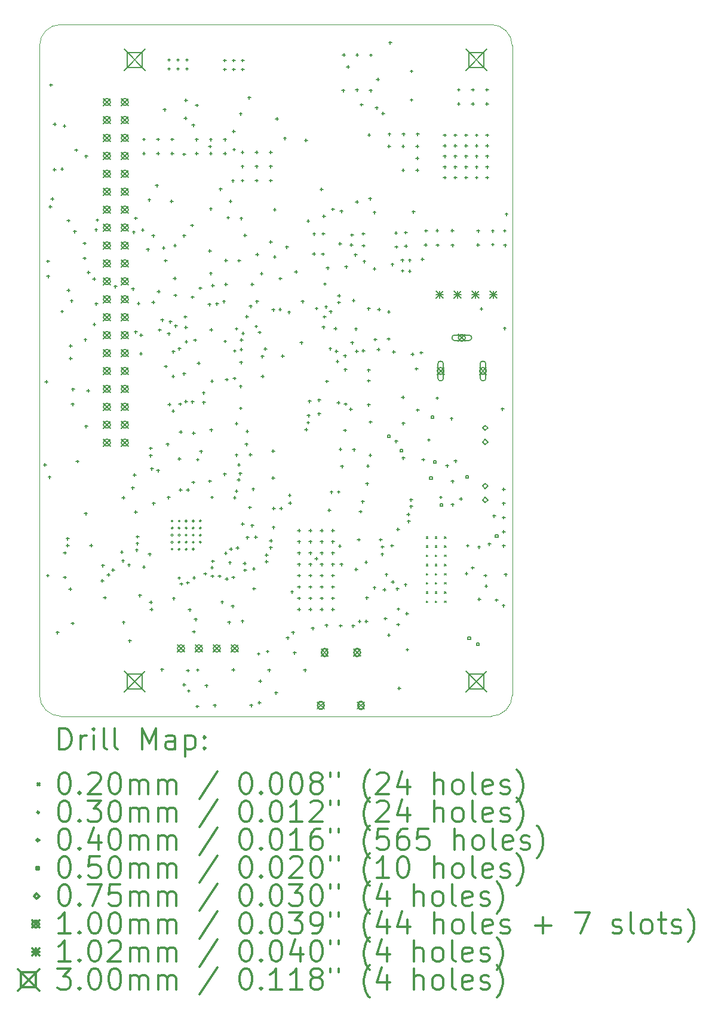
<source format=gbr>
%FSLAX45Y45*%
G04 Gerber Fmt 4.5, Leading zero omitted, Abs format (unit mm)*
G04 Created by KiCad (PCBNEW (5.1.7)-1) date 2020-11-22 20:53:00*
%MOMM*%
%LPD*%
G01*
G04 APERTURE LIST*
%TA.AperFunction,Profile*%
%ADD10C,0.100000*%
%TD*%
%ADD11C,0.200000*%
%ADD12C,0.300000*%
G04 APERTURE END LIST*
D10*
X6400000Y0D02*
G75*
G02*
X6700000Y-300000I0J-300000D01*
G01*
X300000Y-9800000D02*
G75*
G02*
X0Y-9500000I0J300000D01*
G01*
X300000Y-9800000D02*
X6400000Y-9800000D01*
X6700000Y-9500000D02*
X6700000Y-300000D01*
X6400000Y0D02*
X300000Y0D01*
X0Y-300000D02*
G75*
G02*
X300000Y0I300000J0D01*
G01*
X0Y-300000D02*
X0Y-9500000D01*
X6700000Y-9500000D02*
G75*
G02*
X6400000Y-9800000I-300000J0D01*
G01*
D11*
X5481710Y-7256250D02*
X5502030Y-7276570D01*
X5502030Y-7256250D02*
X5481710Y-7276570D01*
X5481710Y-7386250D02*
X5502030Y-7406570D01*
X5502030Y-7386250D02*
X5481710Y-7406570D01*
X5481710Y-7516250D02*
X5502030Y-7536570D01*
X5502030Y-7516250D02*
X5481710Y-7536570D01*
X5481710Y-7646250D02*
X5502030Y-7666570D01*
X5502030Y-7646250D02*
X5481710Y-7666570D01*
X5481710Y-7776250D02*
X5502030Y-7796570D01*
X5502030Y-7776250D02*
X5481710Y-7796570D01*
X5481710Y-7906250D02*
X5502030Y-7926570D01*
X5502030Y-7906250D02*
X5481710Y-7926570D01*
X5481710Y-8036250D02*
X5502030Y-8056570D01*
X5502030Y-8036250D02*
X5481710Y-8056570D01*
X5481710Y-8166250D02*
X5502030Y-8186570D01*
X5502030Y-8166250D02*
X5481710Y-8186570D01*
X5611710Y-7256250D02*
X5632030Y-7276570D01*
X5632030Y-7256250D02*
X5611710Y-7276570D01*
X5611710Y-7386250D02*
X5632030Y-7406570D01*
X5632030Y-7386250D02*
X5611710Y-7406570D01*
X5611710Y-7516250D02*
X5632030Y-7536570D01*
X5632030Y-7516250D02*
X5611710Y-7536570D01*
X5611710Y-7646250D02*
X5632030Y-7666570D01*
X5632030Y-7646250D02*
X5611710Y-7666570D01*
X5611710Y-7776250D02*
X5632030Y-7796570D01*
X5632030Y-7776250D02*
X5611710Y-7796570D01*
X5611710Y-7906250D02*
X5632030Y-7926570D01*
X5632030Y-7906250D02*
X5611710Y-7926570D01*
X5611710Y-8036250D02*
X5632030Y-8056570D01*
X5632030Y-8036250D02*
X5611710Y-8056570D01*
X5611710Y-8166250D02*
X5632030Y-8186570D01*
X5632030Y-8166250D02*
X5611710Y-8186570D01*
X5741710Y-7256250D02*
X5762030Y-7276570D01*
X5762030Y-7256250D02*
X5741710Y-7276570D01*
X5741710Y-7386250D02*
X5762030Y-7406570D01*
X5762030Y-7386250D02*
X5741710Y-7406570D01*
X5741710Y-7516250D02*
X5762030Y-7536570D01*
X5762030Y-7516250D02*
X5741710Y-7536570D01*
X5741710Y-7646250D02*
X5762030Y-7666570D01*
X5762030Y-7646250D02*
X5741710Y-7666570D01*
X5741710Y-7776250D02*
X5762030Y-7796570D01*
X5762030Y-7776250D02*
X5741710Y-7796570D01*
X5741710Y-7906250D02*
X5762030Y-7926570D01*
X5762030Y-7906250D02*
X5741710Y-7926570D01*
X5741710Y-8036250D02*
X5762030Y-8056570D01*
X5762030Y-8036250D02*
X5741710Y-8056570D01*
X5741710Y-8166250D02*
X5762030Y-8186570D01*
X5762030Y-8166250D02*
X5741710Y-8186570D01*
X1893380Y-7034580D02*
G75*
G03*
X1893380Y-7034580I-15000J0D01*
G01*
X1893380Y-7134580D02*
G75*
G03*
X1893380Y-7134580I-15000J0D01*
G01*
X1893380Y-7234580D02*
G75*
G03*
X1893380Y-7234580I-15000J0D01*
G01*
X1893380Y-7334580D02*
G75*
G03*
X1893380Y-7334580I-15000J0D01*
G01*
X1893380Y-7434580D02*
G75*
G03*
X1893380Y-7434580I-15000J0D01*
G01*
X1993380Y-7034580D02*
G75*
G03*
X1993380Y-7034580I-15000J0D01*
G01*
X1993380Y-7134580D02*
G75*
G03*
X1993380Y-7134580I-15000J0D01*
G01*
X1993380Y-7234580D02*
G75*
G03*
X1993380Y-7234580I-15000J0D01*
G01*
X1993380Y-7334580D02*
G75*
G03*
X1993380Y-7334580I-15000J0D01*
G01*
X1993380Y-7434580D02*
G75*
G03*
X1993380Y-7434580I-15000J0D01*
G01*
X2093380Y-7034580D02*
G75*
G03*
X2093380Y-7034580I-15000J0D01*
G01*
X2093380Y-7134580D02*
G75*
G03*
X2093380Y-7134580I-15000J0D01*
G01*
X2093380Y-7234580D02*
G75*
G03*
X2093380Y-7234580I-15000J0D01*
G01*
X2093380Y-7334580D02*
G75*
G03*
X2093380Y-7334580I-15000J0D01*
G01*
X2093380Y-7434580D02*
G75*
G03*
X2093380Y-7434580I-15000J0D01*
G01*
X2193380Y-7034580D02*
G75*
G03*
X2193380Y-7034580I-15000J0D01*
G01*
X2193380Y-7134580D02*
G75*
G03*
X2193380Y-7134580I-15000J0D01*
G01*
X2193380Y-7234580D02*
G75*
G03*
X2193380Y-7234580I-15000J0D01*
G01*
X2193380Y-7334580D02*
G75*
G03*
X2193380Y-7334580I-15000J0D01*
G01*
X2193380Y-7434580D02*
G75*
G03*
X2193380Y-7434580I-15000J0D01*
G01*
X2293380Y-7034580D02*
G75*
G03*
X2293380Y-7034580I-15000J0D01*
G01*
X2293380Y-7134580D02*
G75*
G03*
X2293380Y-7134580I-15000J0D01*
G01*
X2293380Y-7234580D02*
G75*
G03*
X2293380Y-7234580I-15000J0D01*
G01*
X2293380Y-7334580D02*
G75*
G03*
X2293380Y-7334580I-15000J0D01*
G01*
X77787Y-6216208D02*
X77787Y-6256208D01*
X57787Y-6236208D02*
X97787Y-6236208D01*
X97787Y-5040188D02*
X97787Y-5080188D01*
X77787Y-5060188D02*
X117787Y-5060188D01*
X116840Y-7785928D02*
X116840Y-7825928D01*
X96840Y-7805928D02*
X136840Y-7805928D01*
X120590Y-3331784D02*
X120590Y-3371784D01*
X100590Y-3351784D02*
X140590Y-3351784D01*
X122428Y-3545652D02*
X122428Y-3585652D01*
X102428Y-3565652D02*
X142428Y-3565652D01*
X142748Y-6391468D02*
X142748Y-6431468D01*
X122748Y-6411468D02*
X162748Y-6411468D01*
X153416Y-2559624D02*
X153416Y-2599624D01*
X133416Y-2579624D02*
X173416Y-2579624D01*
X163068Y-833948D02*
X163068Y-873948D01*
X143068Y-853948D02*
X183068Y-853948D01*
X181610Y-2447610D02*
X181610Y-2487610D01*
X161610Y-2467610D02*
X201610Y-2467610D01*
X213360Y-2034860D02*
X213360Y-2074860D01*
X193360Y-2054860D02*
X233360Y-2054860D01*
X215392Y-1391732D02*
X215392Y-1431732D01*
X195392Y-1411732D02*
X235392Y-1411732D01*
X255728Y-8591951D02*
X255728Y-8631951D01*
X235728Y-8611951D02*
X275728Y-8611951D01*
X319977Y-4044000D02*
X319977Y-4084000D01*
X299977Y-4064000D02*
X339977Y-4064000D01*
X320040Y-2026224D02*
X320040Y-2066224D01*
X300040Y-2046224D02*
X340040Y-2046224D01*
X354076Y-1415100D02*
X354076Y-1455100D01*
X334076Y-1435100D02*
X374076Y-1435100D01*
X359978Y-7463856D02*
X359978Y-7503856D01*
X339978Y-7483856D02*
X379978Y-7483856D01*
X359978Y-7812090D02*
X359978Y-7852090D01*
X339978Y-7832090D02*
X379978Y-7832090D01*
X399979Y-7263222D02*
X399979Y-7303222D01*
X379979Y-7283222D02*
X419979Y-7283222D01*
X399979Y-7358223D02*
X399979Y-7398223D01*
X379979Y-7378223D02*
X419979Y-7378223D01*
X410269Y-3745804D02*
X410269Y-3785804D01*
X390269Y-3765804D02*
X430269Y-3765804D01*
X410270Y-2756220D02*
X410270Y-2796220D01*
X390270Y-2776220D02*
X430270Y-2776220D01*
X434989Y-7978841D02*
X434989Y-8018841D01*
X414989Y-7998841D02*
X454989Y-7998841D01*
X439980Y-4531172D02*
X439980Y-4571172D01*
X419980Y-4551172D02*
X459980Y-4551172D01*
X439980Y-4710750D02*
X439980Y-4750750D01*
X419980Y-4730750D02*
X459980Y-4730750D01*
X455168Y-3894140D02*
X455168Y-3934140D01*
X435168Y-3914140D02*
X475168Y-3914140D01*
X469981Y-5358450D02*
X469981Y-5398450D01*
X449981Y-5378450D02*
X489981Y-5378450D01*
X470755Y-8463545D02*
X470755Y-8503545D01*
X450755Y-8483545D02*
X490755Y-8483545D01*
X474981Y-5146360D02*
X474981Y-5186360D01*
X454981Y-5166360D02*
X494981Y-5166360D01*
X501904Y-2910652D02*
X501904Y-2950652D01*
X481904Y-2930652D02*
X521904Y-2930652D01*
X521462Y-1758000D02*
X521462Y-1798000D01*
X501462Y-1778000D02*
X541462Y-1778000D01*
X538480Y-6167440D02*
X538480Y-6207440D01*
X518480Y-6187440D02*
X558480Y-6187440D01*
X638613Y-3077784D02*
X638613Y-3117784D01*
X618613Y-3097784D02*
X658613Y-3097784D01*
X638613Y-3289176D02*
X638613Y-3329176D01*
X618613Y-3309176D02*
X658613Y-3309176D01*
X651256Y-4443796D02*
X651256Y-4483796D01*
X631256Y-4463796D02*
X671256Y-4463796D01*
X654721Y-6907487D02*
X654721Y-6947487D01*
X634721Y-6927487D02*
X674721Y-6927487D01*
X661416Y-1844360D02*
X661416Y-1884360D01*
X641416Y-1864360D02*
X681416Y-1864360D01*
X661924Y-5672140D02*
X661924Y-5712140D01*
X641924Y-5692140D02*
X681924Y-5692140D01*
X689864Y-5166680D02*
X689864Y-5206680D01*
X669864Y-5186680D02*
X709864Y-5186680D01*
X694944Y-3489264D02*
X694944Y-3529264D01*
X674944Y-3509264D02*
X714944Y-3509264D01*
X733695Y-7358223D02*
X733695Y-7398223D01*
X713695Y-7378223D02*
X753695Y-7378223D01*
X773684Y-3583752D02*
X773684Y-3623752D01*
X753684Y-3603752D02*
X793684Y-3603752D01*
X777240Y-4228150D02*
X777240Y-4268150D01*
X757240Y-4248150D02*
X797240Y-4248150D01*
X802444Y-2885760D02*
X802444Y-2925760D01*
X782444Y-2905760D02*
X822444Y-2905760D01*
X806196Y-3936500D02*
X806196Y-3976500D01*
X786196Y-3956500D02*
X826196Y-3956500D01*
X818896Y-2748092D02*
X818896Y-2788092D01*
X798896Y-2768092D02*
X838896Y-2768092D01*
X890270Y-7859080D02*
X890270Y-7899080D01*
X870270Y-7879080D02*
X910270Y-7879080D01*
X899160Y-7644450D02*
X899160Y-7684450D01*
X879160Y-7664450D02*
X919160Y-7664450D01*
X925576Y-8099364D02*
X925576Y-8139364D01*
X905576Y-8119364D02*
X945576Y-8119364D01*
X977900Y-7773990D02*
X977900Y-7813990D01*
X957900Y-7793990D02*
X997900Y-7793990D01*
X1041400Y-7706680D02*
X1041400Y-7746680D01*
X1021400Y-7726680D02*
X1061400Y-7726680D01*
X1076960Y-3691788D02*
X1076960Y-3731788D01*
X1056960Y-3711788D02*
X1096960Y-3711788D01*
X1166368Y-7451664D02*
X1166368Y-7491664D01*
X1146368Y-7471664D02*
X1186368Y-7471664D01*
X1184656Y-7575616D02*
X1184656Y-7615616D01*
X1164656Y-7595616D02*
X1204656Y-7595616D01*
X1188720Y-6683568D02*
X1188720Y-6723568D01*
X1168720Y-6703568D02*
X1208720Y-6703568D01*
X1192530Y-8448360D02*
X1192530Y-8488360D01*
X1172530Y-8468360D02*
X1212530Y-8468360D01*
X1267460Y-7635560D02*
X1267460Y-7675560D01*
X1247460Y-7655560D02*
X1287460Y-7655560D01*
X1280160Y-8711250D02*
X1280160Y-8751250D01*
X1260160Y-8731250D02*
X1300160Y-8731250D01*
X1320800Y-6544376D02*
X1320800Y-6584376D01*
X1300800Y-6564376D02*
X1340800Y-6564376D01*
X1323452Y-3723985D02*
X1323452Y-3763985D01*
X1303452Y-3743985D02*
X1343452Y-3743985D01*
X1336802Y-2921384D02*
X1336802Y-2961384D01*
X1316802Y-2941384D02*
X1356802Y-2941384D01*
X1348740Y-6362004D02*
X1348740Y-6402004D01*
X1328740Y-6382004D02*
X1368740Y-6382004D01*
X1363472Y-2723708D02*
X1363472Y-2763708D01*
X1343472Y-2743708D02*
X1383472Y-2743708D01*
X1364302Y-6885106D02*
X1364302Y-6925106D01*
X1344302Y-6905106D02*
X1384302Y-6905106D01*
X1364313Y-4333798D02*
X1364313Y-4373798D01*
X1344313Y-4353798D02*
X1384313Y-4353798D01*
X1378802Y-7425500D02*
X1378802Y-7465500D01*
X1358802Y-7445500D02*
X1398802Y-7445500D01*
X1386957Y-7330850D02*
X1386957Y-7370850D01*
X1366957Y-7350850D02*
X1406956Y-7350850D01*
X1390319Y-7235908D02*
X1390319Y-7275908D01*
X1370319Y-7255908D02*
X1410319Y-7255908D01*
X1403604Y-3929700D02*
X1403604Y-3969700D01*
X1383604Y-3949700D02*
X1423604Y-3949700D01*
X1422400Y-8067360D02*
X1422400Y-8107360D01*
X1402400Y-8087360D02*
X1442400Y-8087360D01*
X1437253Y-4641550D02*
X1437253Y-4681550D01*
X1417253Y-4661550D02*
X1457253Y-4661550D01*
X1441428Y-4380203D02*
X1441428Y-4420203D01*
X1421428Y-4400203D02*
X1461428Y-4400203D01*
X1462097Y-2890755D02*
X1462097Y-2930755D01*
X1442097Y-2910755D02*
X1482097Y-2910755D01*
X1479550Y-1605600D02*
X1479550Y-1645600D01*
X1459550Y-1625600D02*
X1499550Y-1625600D01*
X1479550Y-1805600D02*
X1479550Y-1845600D01*
X1459550Y-1825600D02*
X1499550Y-1825600D01*
X1480820Y-7664770D02*
X1480820Y-7704770D01*
X1460820Y-7684770D02*
X1500820Y-7684770D01*
X1535684Y-3164144D02*
X1535684Y-3204144D01*
X1515684Y-3184144D02*
X1555684Y-3184144D01*
X1557020Y-2464120D02*
X1557020Y-2504120D01*
X1537020Y-2484120D02*
X1577020Y-2484120D01*
X1562608Y-7483160D02*
X1562608Y-7523160D01*
X1542608Y-7503160D02*
X1582608Y-7503160D01*
X1575816Y-6086668D02*
X1575816Y-6126668D01*
X1555816Y-6106668D02*
X1595816Y-6106668D01*
X1576718Y-5982922D02*
X1576718Y-6022922D01*
X1556718Y-6002922D02*
X1596718Y-6002922D01*
X1579880Y-8162610D02*
X1579880Y-8202610D01*
X1559880Y-8182610D02*
X1599880Y-8182610D01*
X1587500Y-8264210D02*
X1587500Y-8304210D01*
X1567500Y-8284210D02*
X1607500Y-8284210D01*
X1593635Y-6273654D02*
X1593635Y-6313654D01*
X1573635Y-6293654D02*
X1613635Y-6293654D01*
X1612199Y-2971161D02*
X1612199Y-3011161D01*
X1592199Y-2991161D02*
X1632199Y-2991161D01*
X1613892Y-3914682D02*
X1613892Y-3954682D01*
X1593892Y-3934682D02*
X1633892Y-3934682D01*
X1616964Y-6763832D02*
X1616964Y-6803832D01*
X1596964Y-6783832D02*
X1636964Y-6783832D01*
X1663700Y-2258380D02*
X1663700Y-2298380D01*
X1643700Y-2278380D02*
X1683700Y-2278380D01*
X1679550Y-1605600D02*
X1679550Y-1645600D01*
X1659550Y-1625600D02*
X1699550Y-1625600D01*
X1679550Y-1805600D02*
X1679550Y-1845600D01*
X1659550Y-1825600D02*
X1699550Y-1825600D01*
X1680210Y-6298250D02*
X1680210Y-6338250D01*
X1660210Y-6318250D02*
X1700210Y-6318250D01*
X1687576Y-3762695D02*
X1687576Y-3802695D01*
X1667576Y-3782695D02*
X1707576Y-3782695D01*
X1703635Y-4305106D02*
X1703635Y-4345106D01*
X1683635Y-4325106D02*
X1723635Y-4325106D01*
X1736852Y-9118920D02*
X1736852Y-9158920D01*
X1716852Y-9138920D02*
X1756852Y-9138920D01*
X1739000Y-4165550D02*
X1739000Y-4205550D01*
X1719000Y-4185550D02*
X1759000Y-4185550D01*
X1760492Y-3143646D02*
X1760492Y-3183646D01*
X1740492Y-3163646D02*
X1780492Y-3163646D01*
X1773936Y-1183452D02*
X1773936Y-1223452D01*
X1753936Y-1203452D02*
X1793936Y-1203452D01*
X1788828Y-3324047D02*
X1788828Y-3364047D01*
X1768828Y-3344047D02*
X1808828Y-3344047D01*
X1790430Y-4822649D02*
X1790430Y-4862649D01*
X1770430Y-4842649D02*
X1810430Y-4842649D01*
X1815084Y-5926839D02*
X1815084Y-5966839D01*
X1795084Y-5946839D02*
X1835084Y-5946839D01*
X1829145Y-6680241D02*
X1829145Y-6720241D01*
X1809145Y-6700241D02*
X1849145Y-6700241D01*
X1832864Y-4357944D02*
X1832864Y-4397944D01*
X1812864Y-4377944D02*
X1852864Y-4377944D01*
X1836420Y-479110D02*
X1836420Y-519110D01*
X1816420Y-499110D02*
X1856420Y-499110D01*
X1836420Y-606110D02*
X1836420Y-646110D01*
X1816420Y-626110D02*
X1856420Y-626110D01*
X1842008Y-5361752D02*
X1842008Y-5401752D01*
X1822008Y-5381752D02*
X1862008Y-5381752D01*
X1854200Y-4188780D02*
X1854200Y-4228780D01*
X1834200Y-4208780D02*
X1874200Y-4208780D01*
X1873250Y-2481900D02*
X1873250Y-2521900D01*
X1853250Y-2501900D02*
X1893250Y-2501900D01*
X1879550Y-1605600D02*
X1879550Y-1645600D01*
X1859550Y-1625600D02*
X1899550Y-1625600D01*
X1879550Y-1805600D02*
X1879550Y-1845600D01*
X1859550Y-1825600D02*
X1899550Y-1825600D01*
X1893824Y-5453700D02*
X1893824Y-5493700D01*
X1873824Y-5473700D02*
X1913824Y-5473700D01*
X1895348Y-4964496D02*
X1895348Y-5004496D01*
X1875348Y-4984496D02*
X1915348Y-4984496D01*
X1897380Y-4612960D02*
X1897380Y-4652960D01*
X1877380Y-4632960D02*
X1917380Y-4632960D01*
X1903730Y-8110540D02*
X1903730Y-8150540D01*
X1883730Y-8130540D02*
X1923730Y-8130540D01*
X1918716Y-3575624D02*
X1918716Y-3615624D01*
X1898716Y-3595624D02*
X1938716Y-3595624D01*
X1919732Y-3108264D02*
X1919732Y-3148264D01*
X1899732Y-3128264D02*
X1939732Y-3128264D01*
X1926336Y-3813876D02*
X1926336Y-3853876D01*
X1906336Y-3833876D02*
X1946336Y-3833876D01*
X1932376Y-4249740D02*
X1932376Y-4289740D01*
X1912376Y-4269740D02*
X1952376Y-4269740D01*
X1963420Y-479110D02*
X1963420Y-519110D01*
X1943420Y-499110D02*
X1983420Y-499110D01*
X1963420Y-606110D02*
X1963420Y-646110D01*
X1943420Y-626110D02*
X1983420Y-626110D01*
X1980152Y-7820140D02*
X1980152Y-7860140D01*
X1960152Y-7840140D02*
X2000152Y-7840140D01*
X1981708Y-6133404D02*
X1981708Y-6173404D01*
X1961708Y-6153404D02*
X2001708Y-6153404D01*
X1981889Y-4569564D02*
X1981889Y-4609564D01*
X1961889Y-4589564D02*
X2001889Y-4589564D01*
X1994308Y-5356797D02*
X1994308Y-5396797D01*
X1974308Y-5376797D02*
X2014308Y-5376797D01*
X1998992Y-6571997D02*
X1998992Y-6611997D01*
X1978992Y-6591997D02*
X2018992Y-6591997D01*
X2001774Y-5750626D02*
X2001774Y-5790626D01*
X1981774Y-5770626D02*
X2021774Y-5770626D01*
X2009637Y-7905175D02*
X2009637Y-7945175D01*
X1989637Y-7925175D02*
X2029637Y-7925175D01*
X2049482Y-9331313D02*
X2049482Y-9371313D01*
X2029482Y-9351313D02*
X2069482Y-9351313D01*
X2050288Y-1815912D02*
X2050288Y-1855912D01*
X2030288Y-1835912D02*
X2070288Y-1835912D01*
X2050578Y-4926904D02*
X2050578Y-4966904D01*
X2030578Y-4946904D02*
X2070578Y-4946904D01*
X2050796Y-2972120D02*
X2050796Y-3012120D01*
X2030796Y-2992120D02*
X2070796Y-2992120D01*
X2065536Y-4120708D02*
X2065536Y-4160708D01*
X2045536Y-4140708D02*
X2085536Y-4140708D01*
X2071059Y-1306869D02*
X2071059Y-1346869D01*
X2051059Y-1326869D02*
X2091059Y-1326869D01*
X2076450Y-1050610D02*
X2076450Y-1090610D01*
X2056450Y-1070610D02*
X2096450Y-1070610D01*
X2076505Y-5320137D02*
X2076505Y-5360137D01*
X2056505Y-5340137D02*
X2096505Y-5340137D01*
X2076727Y-4270029D02*
X2076727Y-4310029D01*
X2056727Y-4290029D02*
X2096727Y-4290029D01*
X2081786Y-4471480D02*
X2081786Y-4511480D01*
X2061786Y-4491480D02*
X2101786Y-4491480D01*
X2090420Y-479110D02*
X2090420Y-519110D01*
X2070420Y-499110D02*
X2110420Y-499110D01*
X2090420Y-606110D02*
X2090420Y-646110D01*
X2070420Y-626110D02*
X2110420Y-626110D01*
X2099310Y-7888290D02*
X2099310Y-7928290D01*
X2079310Y-7908290D02*
X2119310Y-7908290D01*
X2103992Y-6571997D02*
X2103992Y-6611997D01*
X2083992Y-6591997D02*
X2123992Y-6591997D01*
X2105152Y-9131620D02*
X2105152Y-9171620D01*
X2085152Y-9151620D02*
X2125152Y-9151620D01*
X2114804Y-9418640D02*
X2114804Y-9458640D01*
X2094804Y-9438640D02*
X2134804Y-9438640D01*
X2127706Y-8269824D02*
X2127706Y-8309824D01*
X2107706Y-8289824D02*
X2147706Y-8289824D01*
X2162810Y-2823530D02*
X2162810Y-2863530D01*
X2142810Y-2843530D02*
X2182810Y-2843530D01*
X2166993Y-5325770D02*
X2166993Y-5365770D01*
X2146993Y-5345770D02*
X2186993Y-5345770D01*
X2168144Y-3840800D02*
X2168144Y-3880800D01*
X2148144Y-3860800D02*
X2188144Y-3860800D01*
X2180359Y-1406053D02*
X2180359Y-1446053D01*
X2160359Y-1426053D02*
X2200359Y-1426053D01*
X2180455Y-6465009D02*
X2180455Y-6505009D01*
X2160455Y-6485009D02*
X2200455Y-6485009D01*
X2186432Y-5767898D02*
X2186432Y-5807898D01*
X2166432Y-5787898D02*
X2206432Y-5787898D01*
X2188972Y-8581202D02*
X2188972Y-8621202D01*
X2168972Y-8601202D02*
X2208972Y-8601202D01*
X2191572Y-7815938D02*
X2191572Y-7855938D01*
X2171572Y-7835938D02*
X2211572Y-7835938D01*
X2204888Y-4450908D02*
X2204888Y-4490908D01*
X2184888Y-4470908D02*
X2224888Y-4470908D01*
X2214531Y-8406200D02*
X2214531Y-8446200D01*
X2194531Y-8426200D02*
X2234531Y-8426200D01*
X2227580Y-1606870D02*
X2227580Y-1646870D01*
X2207580Y-1626870D02*
X2247580Y-1626870D01*
X2227580Y-1806870D02*
X2227580Y-1846870D01*
X2207580Y-1826870D02*
X2247580Y-1826870D01*
X2231390Y-1123000D02*
X2231390Y-1163000D01*
X2211390Y-1143000D02*
X2251390Y-1143000D01*
X2236724Y-9640636D02*
X2236724Y-9680636D01*
X2216724Y-9660636D02*
X2256724Y-9660636D01*
X2241296Y-6142294D02*
X2241296Y-6182294D01*
X2221296Y-6162294D02*
X2261296Y-6162294D01*
X2242312Y-9122476D02*
X2242312Y-9162476D01*
X2222312Y-9142476D02*
X2262312Y-9142476D01*
X2256028Y-4777044D02*
X2256028Y-4817044D01*
X2236028Y-4797044D02*
X2276028Y-4797044D01*
X2278380Y-3712784D02*
X2278380Y-3752784D01*
X2258380Y-3732784D02*
X2298380Y-3732784D01*
X2290479Y-6026978D02*
X2290479Y-6066978D01*
X2270479Y-6046978D02*
X2310479Y-6046978D01*
X2326284Y-5197774D02*
X2326284Y-5237774D01*
X2306284Y-5217774D02*
X2346284Y-5217774D01*
X2329463Y-5333875D02*
X2329463Y-5373875D01*
X2309463Y-5353875D02*
X2349463Y-5353875D01*
X2349500Y-7761290D02*
X2349500Y-7801290D01*
X2329500Y-7781290D02*
X2369500Y-7781290D01*
X2367280Y-9345813D02*
X2367280Y-9385813D01*
X2347280Y-9365813D02*
X2387280Y-9365813D01*
X2407983Y-3945680D02*
X2407983Y-3985680D01*
X2387983Y-3965680D02*
X2427983Y-3965680D01*
X2413762Y-3185988D02*
X2413762Y-3225988D01*
X2393762Y-3205988D02*
X2433762Y-3205988D01*
X2415479Y-6447353D02*
X2415479Y-6487353D01*
X2395479Y-6467353D02*
X2435479Y-6467353D01*
X2417494Y-1705676D02*
X2417494Y-1745676D01*
X2397494Y-1725676D02*
X2437494Y-1725676D01*
X2427580Y-1606870D02*
X2427580Y-1646870D01*
X2407580Y-1626870D02*
X2447580Y-1626870D01*
X2427580Y-1806870D02*
X2427580Y-1846870D01*
X2407580Y-1826870D02*
X2447580Y-1826870D01*
X2428239Y-3505371D02*
X2428239Y-3545371D01*
X2408239Y-3525371D02*
X2448239Y-3525371D01*
X2428240Y-2589088D02*
X2428240Y-2629088D01*
X2408240Y-2609088D02*
X2448240Y-2609088D01*
X2433287Y-5723788D02*
X2433287Y-5763788D01*
X2413287Y-5743788D02*
X2453287Y-5743788D01*
X2433538Y-4304100D02*
X2433538Y-4344100D01*
X2413538Y-4324100D02*
X2453538Y-4324100D01*
X2444496Y-5030282D02*
X2444496Y-5070282D01*
X2424496Y-5050282D02*
X2464496Y-5050282D01*
X2445121Y-7673292D02*
X2445121Y-7713292D01*
X2425121Y-7693292D02*
X2465121Y-7693292D01*
X2446020Y-6675440D02*
X2446020Y-6715440D01*
X2426020Y-6695440D02*
X2466020Y-6695440D01*
X2449952Y-7793294D02*
X2449952Y-7833294D01*
X2429952Y-7813294D02*
X2469952Y-7813294D01*
X2454910Y-7583490D02*
X2454910Y-7623490D01*
X2434910Y-7603490D02*
X2474910Y-7603490D01*
X2455926Y-3677478D02*
X2455926Y-3717478D01*
X2435926Y-3697478D02*
X2475926Y-3697478D01*
X2484120Y-9624380D02*
X2484120Y-9664380D01*
X2464120Y-9644380D02*
X2504120Y-9644380D01*
X2514789Y-3935040D02*
X2514789Y-3975040D01*
X2494789Y-3955040D02*
X2534789Y-3955040D01*
X2551430Y-7794310D02*
X2551430Y-7834310D01*
X2531430Y-7814310D02*
X2571430Y-7814310D01*
X2566924Y-2311720D02*
X2566924Y-2351720D01*
X2546924Y-2331720D02*
X2586924Y-2331720D01*
X2588260Y-8161340D02*
X2588260Y-8201340D01*
X2568260Y-8181340D02*
X2608260Y-8181340D01*
X2615368Y-3903617D02*
X2615368Y-3943617D01*
X2595368Y-3923617D02*
X2635368Y-3923617D01*
X2624328Y-6349050D02*
X2624328Y-6389050D01*
X2604328Y-6369050D02*
X2644328Y-6369050D01*
X2626360Y-486730D02*
X2626360Y-526730D01*
X2606360Y-506730D02*
X2646360Y-506730D01*
X2626360Y-613730D02*
X2626360Y-653730D01*
X2606360Y-633730D02*
X2646360Y-633730D01*
X2627580Y-1606870D02*
X2627580Y-1646870D01*
X2607580Y-1626870D02*
X2647580Y-1626870D01*
X2627580Y-1806870D02*
X2627580Y-1846870D01*
X2607580Y-1826870D02*
X2647580Y-1826870D01*
X2631816Y-4466887D02*
X2631816Y-4506887D01*
X2611816Y-4486887D02*
X2651816Y-4486887D01*
X2639296Y-7470023D02*
X2639296Y-7510023D01*
X2619296Y-7490023D02*
X2659296Y-7490023D01*
X2641952Y-3320714D02*
X2641952Y-3360714D01*
X2621952Y-3340714D02*
X2661952Y-3340714D01*
X2644140Y-3659190D02*
X2644140Y-3699190D01*
X2624140Y-3679190D02*
X2664140Y-3679190D01*
X2654761Y-5007922D02*
X2654761Y-5047922D01*
X2634761Y-5027922D02*
X2674761Y-5027922D01*
X2655306Y-7834816D02*
X2655306Y-7874816D01*
X2635306Y-7854816D02*
X2675306Y-7854816D01*
X2673604Y-2713548D02*
X2673604Y-2753548D01*
X2653604Y-2733548D02*
X2693604Y-2733548D01*
X2686812Y-8447344D02*
X2686812Y-8487344D01*
X2666812Y-8467344D02*
X2706812Y-8467344D01*
X2700020Y-7601270D02*
X2700020Y-7641270D01*
X2680020Y-7621270D02*
X2720020Y-7621270D01*
X2707640Y-2481588D02*
X2707640Y-2521588D01*
X2687640Y-2501588D02*
X2727640Y-2501588D01*
X2713800Y-7411080D02*
X2713800Y-7451080D01*
X2693800Y-7431080D02*
X2733800Y-7431080D01*
X2737612Y-8218744D02*
X2737612Y-8258744D01*
X2717612Y-8238744D02*
X2757612Y-8238744D01*
X2741676Y-2190816D02*
X2741676Y-2230816D01*
X2721676Y-2210816D02*
X2761676Y-2210816D01*
X2747287Y-7811051D02*
X2747287Y-7851051D01*
X2727287Y-7831051D02*
X2767287Y-7831051D01*
X2748280Y-9120420D02*
X2748280Y-9160420D01*
X2728280Y-9140420D02*
X2768280Y-9140420D01*
X2752090Y-1491300D02*
X2752090Y-1531300D01*
X2732090Y-1511300D02*
X2772090Y-1511300D01*
X2753360Y-486730D02*
X2753360Y-526730D01*
X2733360Y-506730D02*
X2773360Y-506730D01*
X2753360Y-613730D02*
X2753360Y-653730D01*
X2733360Y-633730D02*
X2773360Y-633730D01*
X2757580Y-1747840D02*
X2757580Y-1787840D01*
X2737580Y-1767840D02*
X2777580Y-1767840D01*
X2763012Y-4991928D02*
X2763012Y-5031928D01*
X2743012Y-5011928D02*
X2783012Y-5011928D01*
X2766143Y-6681935D02*
X2766143Y-6721935D01*
X2746143Y-6701935D02*
X2786143Y-6701935D01*
X2766925Y-4601864D02*
X2766925Y-4641864D01*
X2746925Y-4621864D02*
X2786925Y-4621864D01*
X2791980Y-4288976D02*
X2791980Y-4328976D01*
X2771980Y-4308976D02*
X2811980Y-4308976D01*
X2793175Y-5632008D02*
X2793175Y-5672008D01*
X2773175Y-5652008D02*
X2813175Y-5652008D01*
X2793175Y-6079048D02*
X2793175Y-6119048D01*
X2773175Y-6099048D02*
X2813175Y-6099048D01*
X2793175Y-6589090D02*
X2793175Y-6629090D01*
X2773175Y-6609090D02*
X2813175Y-6609090D01*
X2807208Y-7393752D02*
X2807208Y-7433752D01*
X2787208Y-7413752D02*
X2827208Y-7413752D01*
X2824780Y-6428409D02*
X2824780Y-6468409D01*
X2804780Y-6448409D02*
X2844780Y-6448409D01*
X2826004Y-6215192D02*
X2826004Y-6255192D01*
X2806004Y-6235192D02*
X2846004Y-6235192D01*
X2828544Y-3324101D02*
X2828544Y-3364101D01*
X2808544Y-3344101D02*
X2848544Y-3344101D01*
X2845217Y-6340759D02*
X2845217Y-6380759D01*
X2825217Y-6360759D02*
X2865217Y-6360759D01*
X2850896Y-5103180D02*
X2850896Y-5143180D01*
X2830896Y-5123180D02*
X2870896Y-5123180D01*
X2851912Y-5415092D02*
X2851912Y-5455092D01*
X2831912Y-5435092D02*
X2871912Y-5435092D01*
X2852420Y-1244920D02*
X2852420Y-1284920D01*
X2832420Y-1264920D02*
X2872420Y-1264920D01*
X2857238Y-4766131D02*
X2857238Y-4806131D01*
X2837238Y-4786131D02*
X2877238Y-4786131D01*
X2859024Y-2726813D02*
X2859024Y-2766813D01*
X2839024Y-2746813D02*
X2879024Y-2746813D01*
X2859844Y-4582084D02*
X2859844Y-4622084D01*
X2839844Y-4602084D02*
X2879844Y-4602084D01*
X2861352Y-4447083D02*
X2861352Y-4487083D01*
X2841352Y-4467083D02*
X2881352Y-4467083D01*
X2877288Y-8432167D02*
X2877288Y-8472167D01*
X2857288Y-8452167D02*
X2897288Y-8452167D01*
X2877820Y-1789750D02*
X2877820Y-1829750D01*
X2857820Y-1809750D02*
X2897820Y-1809750D01*
X2877820Y-1989750D02*
X2877820Y-2029750D01*
X2857820Y-2009750D02*
X2897820Y-2009750D01*
X2877820Y-2189750D02*
X2877820Y-2229750D01*
X2857820Y-2209750D02*
X2897820Y-2209750D01*
X2880360Y-486730D02*
X2880360Y-526730D01*
X2860360Y-506730D02*
X2900360Y-506730D01*
X2880360Y-613730D02*
X2880360Y-653730D01*
X2860360Y-633730D02*
X2900360Y-633730D01*
X2880360Y-7053392D02*
X2880360Y-7093392D01*
X2860360Y-7073392D02*
X2900360Y-7073392D01*
X2886359Y-4355433D02*
X2886359Y-4395433D01*
X2866359Y-4375433D02*
X2906359Y-4375433D01*
X2907931Y-7615149D02*
X2907931Y-7655149D01*
X2887931Y-7635149D02*
X2927931Y-7635149D01*
X2912410Y-2964414D02*
X2912410Y-3004414D01*
X2892410Y-2984414D02*
X2932410Y-2984414D01*
X2914339Y-7709934D02*
X2914339Y-7749934D01*
X2894339Y-7729934D02*
X2934339Y-7729934D01*
X2933700Y-5926140D02*
X2933700Y-5966140D01*
X2913700Y-5946140D02*
X2953700Y-5946140D01*
X2939299Y-4118179D02*
X2939299Y-4158179D01*
X2919299Y-4138179D02*
X2959299Y-4138179D01*
X2944368Y-5741736D02*
X2944368Y-5781736D01*
X2924368Y-5761736D02*
X2964368Y-5761736D01*
X2948432Y-7246432D02*
X2948432Y-7286432D01*
X2928432Y-7266432D02*
X2968432Y-7266432D01*
X2971800Y-1014288D02*
X2971800Y-1054288D01*
X2951800Y-1034288D02*
X2991800Y-1034288D01*
X2982468Y-6820728D02*
X2982468Y-6860728D01*
X2962468Y-6840728D02*
X3002468Y-6840728D01*
X2989580Y-6073460D02*
X2989580Y-6113460D01*
X2969580Y-6093460D02*
X3009580Y-6093460D01*
X2993126Y-3968893D02*
X2993126Y-4008893D01*
X2973126Y-3988893D02*
X3013126Y-3988893D01*
X3000756Y-9626412D02*
X3000756Y-9666412D01*
X2980756Y-9646412D02*
X3020756Y-9646412D01*
X3015338Y-3660052D02*
X3015338Y-3700052D01*
X2995338Y-3680052D02*
X3035338Y-3680052D01*
X3016593Y-7075888D02*
X3016593Y-7115888D01*
X2996593Y-7095888D02*
X3036593Y-7095888D01*
X3028950Y-6559616D02*
X3028950Y-6599616D01*
X3008950Y-6579616D02*
X3048950Y-6579616D01*
X3038348Y-7688392D02*
X3038348Y-7728392D01*
X3018348Y-7708392D02*
X3058348Y-7708392D01*
X3041904Y-7971856D02*
X3041904Y-8011856D01*
X3021904Y-7991856D02*
X3061904Y-7991856D01*
X3066796Y-7240336D02*
X3066796Y-7280336D01*
X3046796Y-7260336D02*
X3086796Y-7260336D01*
X3070860Y-4254820D02*
X3070860Y-4294820D01*
X3050860Y-4274820D02*
X3090860Y-4274820D01*
X3077820Y-1789750D02*
X3077820Y-1829750D01*
X3057820Y-1809750D02*
X3097820Y-1809750D01*
X3077820Y-1989750D02*
X3077820Y-2029750D01*
X3057820Y-2009750D02*
X3097820Y-2009750D01*
X3077820Y-2189750D02*
X3077820Y-2229750D01*
X3057820Y-2209750D02*
X3097820Y-2209750D01*
X3081601Y-3901392D02*
X3081601Y-3941392D01*
X3061601Y-3921392D02*
X3101601Y-3921392D01*
X3086276Y-3236555D02*
X3086276Y-3276555D01*
X3066276Y-3256555D02*
X3106276Y-3256555D01*
X3105150Y-8895400D02*
X3105150Y-8935400D01*
X3085150Y-8915400D02*
X3125150Y-8915400D01*
X3116580Y-9587804D02*
X3116580Y-9627804D01*
X3096580Y-9607804D02*
X3136580Y-9607804D01*
X3120780Y-4340367D02*
X3120780Y-4380367D01*
X3100780Y-4360367D02*
X3140780Y-4360367D01*
X3128891Y-9280811D02*
X3128891Y-9320811D01*
X3108891Y-9300811D02*
X3148891Y-9300811D01*
X3147060Y-3506028D02*
X3147060Y-3546028D01*
X3127060Y-3526028D02*
X3167060Y-3526028D01*
X3160522Y-4681286D02*
X3160522Y-4721286D01*
X3140522Y-4701286D02*
X3180522Y-4701286D01*
X3162046Y-4962464D02*
X3162046Y-5002464D01*
X3142046Y-4982464D02*
X3182046Y-4982464D01*
X3201255Y-4574643D02*
X3201255Y-4614643D01*
X3181255Y-4594643D02*
X3221255Y-4594643D01*
X3218582Y-7588762D02*
X3218582Y-7628762D01*
X3198582Y-7608762D02*
X3238582Y-7608762D01*
X3219007Y-7493761D02*
X3219007Y-7533761D01*
X3199007Y-7513761D02*
X3239007Y-7513761D01*
X3232150Y-8861110D02*
X3232150Y-8901110D01*
X3212150Y-8881110D02*
X3252150Y-8881110D01*
X3255010Y-9125270D02*
X3255010Y-9165270D01*
X3235010Y-9145270D02*
X3275010Y-9145270D01*
X3277820Y-1789750D02*
X3277820Y-1829750D01*
X3257820Y-1809750D02*
X3297820Y-1809750D01*
X3277820Y-1989750D02*
X3277820Y-2029750D01*
X3257820Y-2009750D02*
X3297820Y-2009750D01*
X3277820Y-2189750D02*
X3277820Y-2229750D01*
X3257820Y-2209750D02*
X3297820Y-2209750D01*
X3277870Y-3059750D02*
X3277870Y-3099750D01*
X3257870Y-3079750D02*
X3297870Y-3079750D01*
X3278518Y-7389066D02*
X3278518Y-7429066D01*
X3258518Y-7409066D02*
X3298518Y-7409066D01*
X3280847Y-7291277D02*
X3280847Y-7331277D01*
X3260847Y-7311277D02*
X3300847Y-7311277D01*
X3311592Y-6021390D02*
X3311592Y-6061390D01*
X3291592Y-6041390D02*
X3331592Y-6041390D01*
X3311592Y-6403660D02*
X3311592Y-6443660D01*
X3291592Y-6423660D02*
X3331592Y-6423660D01*
X3314637Y-4021140D02*
X3314637Y-4061140D01*
X3294637Y-4041140D02*
X3334637Y-4041140D01*
X3316161Y-7101589D02*
X3316161Y-7141589D01*
X3296161Y-7121589D02*
X3336161Y-7121589D01*
X3318588Y-6835714D02*
X3318588Y-6875714D01*
X3298588Y-6855714D02*
X3338588Y-6855714D01*
X3333710Y-3270845D02*
X3333710Y-3310845D01*
X3313710Y-3290845D02*
X3353710Y-3290845D01*
X3334864Y-2601811D02*
X3334864Y-2641811D01*
X3314864Y-2621811D02*
X3354864Y-2621811D01*
X3352800Y-9447025D02*
X3352800Y-9487025D01*
X3332800Y-9467025D02*
X3372800Y-9467025D01*
X3365500Y-1314770D02*
X3365500Y-1354770D01*
X3345500Y-1334770D02*
X3385500Y-1334770D01*
X3409376Y-4014091D02*
X3409376Y-4054091D01*
X3389376Y-4034091D02*
X3429376Y-4034091D01*
X3413760Y-3577910D02*
X3413760Y-3617910D01*
X3393760Y-3597910D02*
X3433760Y-3597910D01*
X3423588Y-6835714D02*
X3423588Y-6875714D01*
X3403588Y-6855714D02*
X3443588Y-6855714D01*
X3447796Y-4676714D02*
X3447796Y-4716714D01*
X3427796Y-4696714D02*
X3467796Y-4696714D01*
X3478530Y-1590360D02*
X3478530Y-1630360D01*
X3458530Y-1610360D02*
X3498530Y-1610360D01*
X3505200Y-3132648D02*
X3505200Y-3172648D01*
X3485200Y-3152648D02*
X3525200Y-3152648D01*
X3518369Y-8667855D02*
X3518369Y-8707855D01*
X3498369Y-8687855D02*
X3538369Y-8687855D01*
X3537712Y-4054668D02*
X3537712Y-4094668D01*
X3517712Y-4074668D02*
X3557712Y-4074668D01*
X3546602Y-6647754D02*
X3546602Y-6687754D01*
X3526602Y-6667754D02*
X3566602Y-6667754D01*
X3550412Y-6757736D02*
X3550412Y-6797736D01*
X3530412Y-6777736D02*
X3570412Y-6777736D01*
X3579368Y-8017068D02*
X3579368Y-8057068D01*
X3559368Y-8037068D02*
X3599368Y-8037068D01*
X3592615Y-8593609D02*
X3592615Y-8633609D01*
X3572615Y-8613609D02*
X3612615Y-8613609D01*
X3617073Y-8879843D02*
X3617073Y-8919843D01*
X3597073Y-8899843D02*
X3637073Y-8899843D01*
X3637280Y-3481390D02*
X3637280Y-3521390D01*
X3617280Y-3501390D02*
X3657280Y-3501390D01*
X3679190Y-7146610D02*
X3679190Y-7186610D01*
X3659190Y-7166610D02*
X3699190Y-7166610D01*
X3679190Y-7306610D02*
X3679190Y-7346610D01*
X3659190Y-7326610D02*
X3699190Y-7326610D01*
X3679190Y-7466610D02*
X3679190Y-7506610D01*
X3659190Y-7486610D02*
X3699190Y-7486610D01*
X3679190Y-7626610D02*
X3679190Y-7666610D01*
X3659190Y-7646610D02*
X3699190Y-7646610D01*
X3679190Y-7786610D02*
X3679190Y-7826610D01*
X3659190Y-7806610D02*
X3699190Y-7806610D01*
X3679190Y-7946610D02*
X3679190Y-7986610D01*
X3659190Y-7966610D02*
X3699190Y-7966610D01*
X3679190Y-8106610D02*
X3679190Y-8146610D01*
X3659190Y-8126610D02*
X3699190Y-8126610D01*
X3679190Y-8266610D02*
X3679190Y-8306610D01*
X3659190Y-8286610D02*
X3699190Y-8286610D01*
X3713988Y-4486214D02*
X3713988Y-4526214D01*
X3693988Y-4506214D02*
X3733988Y-4506214D01*
X3729736Y-3901392D02*
X3729736Y-3941392D01*
X3709736Y-3921392D02*
X3749736Y-3921392D01*
X3764280Y-9126540D02*
X3764280Y-9166540D01*
X3744280Y-9146540D02*
X3784280Y-9146540D01*
X3775964Y-1620332D02*
X3775964Y-1660332D01*
X3755964Y-1640332D02*
X3795964Y-1640332D01*
X3779616Y-5718021D02*
X3779616Y-5758021D01*
X3759616Y-5738021D02*
X3799616Y-5738021D01*
X3807557Y-5618311D02*
X3807557Y-5658311D01*
X3787557Y-5638311D02*
X3827557Y-5638311D01*
X3808984Y-2761300D02*
X3808984Y-2801300D01*
X3788984Y-2781300D02*
X3828984Y-2781300D01*
X3814094Y-5519849D02*
X3814094Y-5559849D01*
X3794094Y-5539849D02*
X3834094Y-5539849D01*
X3828411Y-5315065D02*
X3828411Y-5355065D01*
X3808411Y-5335065D02*
X3848411Y-5335065D01*
X3839190Y-7146610D02*
X3839190Y-7186610D01*
X3819190Y-7166610D02*
X3859190Y-7166610D01*
X3839190Y-7306610D02*
X3839190Y-7346610D01*
X3819190Y-7326610D02*
X3859190Y-7326610D01*
X3839190Y-7466610D02*
X3839190Y-7506610D01*
X3819190Y-7486610D02*
X3859190Y-7486610D01*
X3839190Y-7626610D02*
X3839190Y-7666610D01*
X3819190Y-7646610D02*
X3859190Y-7646610D01*
X3839190Y-7786610D02*
X3839190Y-7826610D01*
X3819190Y-7806610D02*
X3859190Y-7806610D01*
X3839190Y-7946610D02*
X3839190Y-7986610D01*
X3819190Y-7966610D02*
X3859190Y-7966610D01*
X3839190Y-8106610D02*
X3839190Y-8146610D01*
X3819190Y-8126610D02*
X3859190Y-8126610D01*
X3839190Y-8266610D02*
X3839190Y-8306610D01*
X3819190Y-8286610D02*
X3859190Y-8286610D01*
X3872992Y-8533704D02*
X3872992Y-8573704D01*
X3852992Y-8553704D02*
X3892992Y-8553704D01*
X3890010Y-3228660D02*
X3890010Y-3268660D01*
X3870010Y-3248660D02*
X3910010Y-3248660D01*
X3892550Y-2944180D02*
X3892550Y-2984180D01*
X3872550Y-2964180D02*
X3912550Y-2964180D01*
X3925481Y-7545208D02*
X3925481Y-7585208D01*
X3905481Y-7565208D02*
X3945481Y-7565208D01*
X3927052Y-4001914D02*
X3927052Y-4041914D01*
X3907052Y-4021914D02*
X3947052Y-4021914D01*
X3963413Y-5298378D02*
X3963413Y-5338378D01*
X3943413Y-5318378D02*
X3983413Y-5318378D01*
X3963416Y-5495356D02*
X3963416Y-5535356D01*
X3943416Y-5515356D02*
X3983416Y-5515356D01*
X3996436Y-2314710D02*
X3996436Y-2354710D01*
X3976436Y-2334710D02*
X4016436Y-2334710D01*
X3999190Y-7146610D02*
X3999190Y-7186610D01*
X3979190Y-7166610D02*
X4019190Y-7166610D01*
X3999190Y-7306610D02*
X3999190Y-7346610D01*
X3979190Y-7326610D02*
X4019190Y-7326610D01*
X3999190Y-7466610D02*
X3999190Y-7506610D01*
X3979190Y-7486610D02*
X4019190Y-7486610D01*
X3999190Y-7626610D02*
X3999190Y-7666610D01*
X3979190Y-7646610D02*
X4019190Y-7646610D01*
X3999190Y-7786610D02*
X3999190Y-7826610D01*
X3979190Y-7806610D02*
X4019190Y-7806610D01*
X3999190Y-7946610D02*
X3999190Y-7986610D01*
X3979190Y-7966610D02*
X4019190Y-7966610D01*
X3999190Y-8106610D02*
X3999190Y-8146610D01*
X3979190Y-8126610D02*
X4019190Y-8126610D01*
X3999190Y-8266610D02*
X3999190Y-8306610D01*
X3979190Y-8286610D02*
X4019190Y-8286610D01*
X4018280Y-3229930D02*
X4018280Y-3269930D01*
X3998280Y-3249930D02*
X4038280Y-3249930D01*
X4023360Y-2942910D02*
X4023360Y-2982910D01*
X4003360Y-2962910D02*
X4043360Y-2962910D01*
X4026058Y-4265713D02*
X4026058Y-4305713D01*
X4006058Y-4285713D02*
X4046058Y-4285713D01*
X4031488Y-2695260D02*
X4031488Y-2735260D01*
X4011488Y-2715260D02*
X4051488Y-2715260D01*
X4038809Y-4120327D02*
X4038809Y-4160327D01*
X4018809Y-4140327D02*
X4058809Y-4140327D01*
X4045398Y-3653348D02*
X4045398Y-3693348D01*
X4025398Y-3673348D02*
X4065398Y-3673348D01*
X4062053Y-3977874D02*
X4062053Y-4017874D01*
X4042053Y-3997874D02*
X4082053Y-3997874D01*
X4067048Y-8490016D02*
X4067048Y-8530016D01*
X4047048Y-8510016D02*
X4087048Y-8510016D01*
X4074160Y-5033330D02*
X4074160Y-5073330D01*
X4054160Y-5053330D02*
X4094160Y-5053330D01*
X4085399Y-3428241D02*
X4085399Y-3468241D01*
X4065399Y-3448241D02*
X4105399Y-3448241D01*
X4107942Y-6860352D02*
X4107942Y-6900352D01*
X4087942Y-6880352D02*
X4127942Y-6880352D01*
X4121167Y-4570421D02*
X4121167Y-4610421D01*
X4101167Y-4590421D02*
X4141167Y-4590421D01*
X4128228Y-4046036D02*
X4128228Y-4086036D01*
X4108228Y-4066036D02*
X4148228Y-4066036D01*
X4138930Y-6603304D02*
X4138930Y-6643304D01*
X4118930Y-6623304D02*
X4158930Y-6623304D01*
X4157472Y-2596708D02*
X4157472Y-2636708D01*
X4137472Y-2616708D02*
X4177472Y-2616708D01*
X4159190Y-7146610D02*
X4159190Y-7186610D01*
X4139190Y-7166610D02*
X4179190Y-7166610D01*
X4159190Y-7306610D02*
X4159190Y-7346610D01*
X4139190Y-7326610D02*
X4179190Y-7326610D01*
X4159190Y-7466610D02*
X4159190Y-7506610D01*
X4139190Y-7486610D02*
X4179190Y-7486610D01*
X4159190Y-7626610D02*
X4159190Y-7666610D01*
X4139190Y-7646610D02*
X4179190Y-7646610D01*
X4159190Y-7786610D02*
X4159190Y-7826610D01*
X4139190Y-7806610D02*
X4179190Y-7806610D01*
X4159190Y-7946610D02*
X4159190Y-7986610D01*
X4139190Y-7966610D02*
X4179190Y-7966610D01*
X4159190Y-8106610D02*
X4159190Y-8146610D01*
X4139190Y-8126610D02*
X4179190Y-8126610D01*
X4159190Y-8266610D02*
X4159190Y-8306610D01*
X4139190Y-8286610D02*
X4179190Y-8286610D01*
X4193585Y-4286438D02*
X4193585Y-4326438D01*
X4173585Y-4306438D02*
X4213585Y-4306438D01*
X4208858Y-4606966D02*
X4208858Y-4646966D01*
X4188858Y-4626966D02*
X4228858Y-4626966D01*
X4223766Y-4752660D02*
X4223766Y-4792660D01*
X4203766Y-4772660D02*
X4243766Y-4772660D01*
X4238752Y-5337622D02*
X4238752Y-5377622D01*
X4218752Y-5357622D02*
X4258752Y-5357622D01*
X4240276Y-6601272D02*
X4240276Y-6641272D01*
X4220276Y-6621272D02*
X4260276Y-6621272D01*
X4242937Y-3916049D02*
X4242937Y-3956049D01*
X4222937Y-3936049D02*
X4262937Y-3936049D01*
X4247422Y-3821155D02*
X4247422Y-3861155D01*
X4227422Y-3841155D02*
X4267422Y-3841155D01*
X4256899Y-7367540D02*
X4256899Y-7407540D01*
X4236899Y-7387540D02*
X4276899Y-7387540D01*
X4258564Y-3085404D02*
X4258564Y-3125404D01*
X4238564Y-3105404D02*
X4278564Y-3105404D01*
X4264858Y-5997750D02*
X4264858Y-6037750D01*
X4244858Y-6017750D02*
X4284858Y-6017750D01*
X4269740Y-8497636D02*
X4269740Y-8537636D01*
X4249740Y-8517636D02*
X4289740Y-8517636D01*
X4279219Y-2623555D02*
X4279219Y-2663555D01*
X4259219Y-2643555D02*
X4299219Y-2643555D01*
X4281038Y-7626610D02*
X4281038Y-7666610D01*
X4261038Y-7646610D02*
X4301038Y-7646610D01*
X4287266Y-6238306D02*
X4287266Y-6278306D01*
X4267266Y-6258306D02*
X4307266Y-6258306D01*
X4304030Y-912180D02*
X4304030Y-952180D01*
X4284030Y-932180D02*
X4324030Y-932180D01*
X4314190Y-409260D02*
X4314190Y-449260D01*
X4294190Y-429260D02*
X4334190Y-429260D01*
X4330625Y-5729068D02*
X4330625Y-5769068D01*
X4310625Y-5749068D02*
X4350625Y-5749068D01*
X4330993Y-4671967D02*
X4330993Y-4711967D01*
X4310993Y-4691967D02*
X4350993Y-4691967D01*
X4334764Y-4868738D02*
X4334764Y-4908738D01*
X4314764Y-4888738D02*
X4354764Y-4888738D01*
X4338456Y-5355585D02*
X4338456Y-5395585D01*
X4318456Y-5375585D02*
X4358456Y-5375585D01*
X4348988Y-3411352D02*
X4348988Y-3451352D01*
X4328988Y-3431352D02*
X4368988Y-3431352D01*
X4373880Y-576900D02*
X4373880Y-616900D01*
X4353880Y-596900D02*
X4393880Y-596900D01*
X4412703Y-5429832D02*
X4412703Y-5469832D01*
X4392703Y-5449832D02*
X4432703Y-5449832D01*
X4420108Y-3100136D02*
X4420108Y-3140136D01*
X4400108Y-3120136D02*
X4440108Y-3120136D01*
X4427728Y-2960436D02*
X4427728Y-3000436D01*
X4407728Y-2980436D02*
X4447728Y-2980436D01*
X4432326Y-4486276D02*
X4432326Y-4526276D01*
X4412326Y-4506276D02*
X4452326Y-4506276D01*
X4445508Y-8500176D02*
X4445508Y-8540176D01*
X4425508Y-8520176D02*
X4465508Y-8520176D01*
X4451858Y-3889568D02*
X4451858Y-3929568D01*
X4431858Y-3909568D02*
X4471858Y-3909568D01*
X4457779Y-6002372D02*
X4457779Y-6042372D01*
X4437779Y-6022372D02*
X4477779Y-6022372D01*
X4478528Y-3242376D02*
X4478528Y-3282376D01*
X4458528Y-3262376D02*
X4498528Y-3262376D01*
X4484645Y-4292924D02*
X4484645Y-4332924D01*
X4464645Y-4312924D02*
X4504645Y-4312924D01*
X4488180Y-7699060D02*
X4488180Y-7739060D01*
X4468180Y-7719060D02*
X4508180Y-7719060D01*
X4496134Y-4609145D02*
X4496134Y-4649145D01*
X4476134Y-4629145D02*
X4516134Y-4629145D01*
X4499610Y-905830D02*
X4499610Y-945830D01*
X4479610Y-925830D02*
X4519610Y-925830D01*
X4501388Y-2490536D02*
X4501388Y-2530536D01*
X4481388Y-2510536D02*
X4521388Y-2510536D01*
X4502150Y-409260D02*
X4502150Y-449260D01*
X4482150Y-429260D02*
X4522150Y-429260D01*
X4525264Y-7277928D02*
X4525264Y-7317928D01*
X4505264Y-7297928D02*
X4545264Y-7297928D01*
X4535932Y-8435660D02*
X4535932Y-8475660D01*
X4515932Y-8455660D02*
X4555932Y-8455660D01*
X4550501Y-6878743D02*
X4550501Y-6918743D01*
X4530501Y-6898743D02*
X4570501Y-6898743D01*
X4563110Y-1112840D02*
X4563110Y-1152840D01*
X4543110Y-1132840D02*
X4583110Y-1132840D01*
X4580382Y-6739194D02*
X4580382Y-6779194D01*
X4560382Y-6759194D02*
X4600382Y-6759194D01*
X4588764Y-2941640D02*
X4588764Y-2981640D01*
X4568764Y-2961640D02*
X4608764Y-2961640D01*
X4590591Y-4598986D02*
X4590591Y-4638986D01*
X4570591Y-4618986D02*
X4610591Y-4618986D01*
X4592828Y-3112836D02*
X4592828Y-3152836D01*
X4572828Y-3132836D02*
X4612828Y-3132836D01*
X4603750Y-3335340D02*
X4603750Y-3375340D01*
X4583750Y-3355340D02*
X4623750Y-3355340D01*
X4629269Y-7596622D02*
X4629269Y-7636622D01*
X4609269Y-7616622D02*
X4649269Y-7616622D01*
X4632960Y-8435152D02*
X4632960Y-8475152D01*
X4612960Y-8455152D02*
X4652960Y-8455152D01*
X4639386Y-8102182D02*
X4639386Y-8142182D01*
X4619386Y-8122182D02*
X4659386Y-8122182D01*
X4644136Y-6484178D02*
X4644136Y-6524178D01*
X4624136Y-6504178D02*
X4664136Y-6504178D01*
X4653957Y-6234646D02*
X4653957Y-6274646D01*
X4633957Y-6254646D02*
X4673957Y-6254646D01*
X4667441Y-4004630D02*
X4667441Y-4044630D01*
X4647441Y-4024630D02*
X4687441Y-4024630D01*
X4667441Y-5025710D02*
X4667441Y-5065710D01*
X4647441Y-5045710D02*
X4687441Y-5045710D01*
X4667441Y-5366070D02*
X4667441Y-5406070D01*
X4647441Y-5386070D02*
X4687441Y-5386070D01*
X4667504Y-4876104D02*
X4667504Y-4916104D01*
X4647504Y-4896104D02*
X4687504Y-4896104D01*
X4672076Y-1542100D02*
X4672076Y-1582100D01*
X4652076Y-1562100D02*
X4692076Y-1562100D01*
X4684776Y-2445324D02*
X4684776Y-2485324D01*
X4664776Y-2465324D02*
X4704776Y-2465324D01*
X4688149Y-6082096D02*
X4688149Y-6122096D01*
X4668149Y-6102096D02*
X4708149Y-6102096D01*
X4692775Y-5610629D02*
X4692775Y-5650629D01*
X4672775Y-5630629D02*
X4712775Y-5630629D01*
X4693920Y-912180D02*
X4693920Y-952180D01*
X4673920Y-932180D02*
X4713920Y-932180D01*
X4696460Y-410530D02*
X4696460Y-450530D01*
X4676460Y-430530D02*
X4716460Y-430530D01*
X4747768Y-3438464D02*
X4747768Y-3478464D01*
X4727768Y-3458464D02*
X4767768Y-3458464D01*
X4747768Y-7959156D02*
X4747768Y-7999156D01*
X4727768Y-7979156D02*
X4767768Y-7979156D01*
X4748784Y-2640904D02*
X4748784Y-2680904D01*
X4728784Y-2660904D02*
X4768784Y-2660904D01*
X4760536Y-4440583D02*
X4760536Y-4480583D01*
X4740536Y-4460583D02*
X4780536Y-4460583D01*
X4780280Y-1159830D02*
X4780280Y-1199830D01*
X4760280Y-1179830D02*
X4800280Y-1179830D01*
X4796790Y-755970D02*
X4796790Y-795970D01*
X4776790Y-775970D02*
X4816790Y-775970D01*
X4805594Y-4581102D02*
X4805594Y-4621102D01*
X4785594Y-4601102D02*
X4825594Y-4601102D01*
X4812792Y-4016060D02*
X4812792Y-4056060D01*
X4792792Y-4036060D02*
X4832792Y-4036060D01*
X4836668Y-7277420D02*
X4836668Y-7317420D01*
X4816668Y-7297420D02*
X4856668Y-7297420D01*
X4857750Y-7484430D02*
X4857750Y-7524430D01*
X4837750Y-7504430D02*
X4877750Y-7504430D01*
X4860290Y-7379020D02*
X4860290Y-7419020D01*
X4840290Y-7399020D02*
X4880290Y-7399020D01*
X4870450Y-1236969D02*
X4870450Y-1276969D01*
X4850450Y-1256969D02*
X4890450Y-1256969D01*
X4889881Y-7987270D02*
X4889881Y-8027270D01*
X4869881Y-8007270D02*
X4909881Y-8007270D01*
X4902708Y-8396036D02*
X4902708Y-8436036D01*
X4882708Y-8416036D02*
X4922708Y-8416036D01*
X4918198Y-7771450D02*
X4918198Y-7811450D01*
X4898198Y-7791450D02*
X4938198Y-7791450D01*
X4948836Y-4433636D02*
X4948836Y-4473636D01*
X4928836Y-4453636D02*
X4968836Y-4453636D01*
X4951154Y-4049265D02*
X4951154Y-4089265D01*
X4931154Y-4069265D02*
X4971154Y-4069265D01*
X4952492Y-8628192D02*
X4952492Y-8668192D01*
X4932492Y-8648192D02*
X4972492Y-8648192D01*
X4954852Y-1702808D02*
X4954852Y-1742808D01*
X4934852Y-1722808D02*
X4974852Y-1722808D01*
X4959096Y-1531432D02*
X4959096Y-1571432D01*
X4939096Y-1551432D02*
X4979096Y-1551432D01*
X4971091Y-236811D02*
X4971091Y-276811D01*
X4951091Y-256811D02*
X4991091Y-256811D01*
X4995291Y-7362124D02*
X4995291Y-7402124D01*
X4975291Y-7382124D02*
X5015291Y-7382124D01*
X5002276Y-3377504D02*
X5002276Y-3417504D01*
X4982276Y-3397504D02*
X5022276Y-3397504D01*
X5009104Y-7875905D02*
X5009104Y-7915905D01*
X4989104Y-7895905D02*
X5029104Y-7895905D01*
X5020598Y-4616698D02*
X5020598Y-4656698D01*
X5000598Y-4636698D02*
X5040598Y-4636698D01*
X5053584Y-2930972D02*
X5053584Y-2970972D01*
X5033584Y-2950972D02*
X5073584Y-2950972D01*
X5054934Y-5883883D02*
X5054934Y-5923883D01*
X5034934Y-5903883D02*
X5074934Y-5903883D01*
X5058156Y-3128076D02*
X5058156Y-3168076D01*
X5038156Y-3148076D02*
X5078156Y-3148076D01*
X5073650Y-7974650D02*
X5073650Y-8014650D01*
X5053650Y-7994650D02*
X5093650Y-7994650D01*
X5080740Y-7131391D02*
X5080740Y-7171391D01*
X5060740Y-7151391D02*
X5100740Y-7151391D01*
X5083048Y-8480872D02*
X5083048Y-8520872D01*
X5063048Y-8500872D02*
X5103048Y-8500872D01*
X5086350Y-8259130D02*
X5086350Y-8299130D01*
X5066350Y-8279130D02*
X5106350Y-8279130D01*
X5099304Y-9384604D02*
X5099304Y-9424604D01*
X5079304Y-9404604D02*
X5119304Y-9404604D01*
X5143500Y-3318068D02*
X5143500Y-3358068D01*
X5123500Y-3338068D02*
X5163500Y-3338068D01*
X5146548Y-3467420D02*
X5146548Y-3507420D01*
X5126548Y-3487420D02*
X5166548Y-3487420D01*
X5151120Y-5258628D02*
X5151120Y-5298628D01*
X5131120Y-5278628D02*
X5171120Y-5278628D01*
X5154852Y-1702808D02*
X5154852Y-1742808D01*
X5134852Y-1722808D02*
X5174852Y-1722808D01*
X5155032Y-2041464D02*
X5155032Y-2081464D01*
X5135032Y-2061464D02*
X5175032Y-2061464D01*
X5158326Y-6119270D02*
X5158326Y-6159270D01*
X5138326Y-6139270D02*
X5178326Y-6139270D01*
X5158565Y-5628222D02*
X5158565Y-5668222D01*
X5138565Y-5648222D02*
X5178565Y-5648222D01*
X5159096Y-1531432D02*
X5159096Y-1571432D01*
X5139096Y-1551432D02*
X5179096Y-1551432D01*
X5187989Y-7914242D02*
X5187989Y-7954242D01*
X5167989Y-7934242D02*
X5207989Y-7934242D01*
X5189728Y-2925384D02*
X5189728Y-2965384D01*
X5169728Y-2945384D02*
X5209728Y-2945384D01*
X5192776Y-3117916D02*
X5192776Y-3157916D01*
X5172776Y-3137916D02*
X5212776Y-3137916D01*
X5209540Y-8325170D02*
X5209540Y-8365170D01*
X5189540Y-8345170D02*
X5229540Y-8345170D01*
X5213350Y-8834440D02*
X5213350Y-8874440D01*
X5193350Y-8854440D02*
X5233350Y-8854440D01*
X5226853Y-6919176D02*
X5226853Y-6959176D01*
X5206853Y-6939176D02*
X5246853Y-6939176D01*
X5234282Y-7018530D02*
X5234282Y-7058530D01*
X5214282Y-7038530D02*
X5254282Y-7038530D01*
X5247132Y-3318068D02*
X5247132Y-3358068D01*
X5227132Y-3338068D02*
X5267132Y-3338068D01*
X5247132Y-3473008D02*
X5247132Y-3513008D01*
X5227132Y-3493008D02*
X5267132Y-3493008D01*
X5266242Y-6712519D02*
X5266242Y-6752519D01*
X5246242Y-6732519D02*
X5286242Y-6732519D01*
X5266242Y-6807520D02*
X5266242Y-6847520D01*
X5246242Y-6827520D02*
X5286242Y-6827520D01*
X5272500Y-640000D02*
X5272500Y-680000D01*
X5252500Y-660000D02*
X5292500Y-660000D01*
X5273040Y-1045530D02*
X5273040Y-1085530D01*
X5253040Y-1065530D02*
X5293040Y-1065530D01*
X5286916Y-4649648D02*
X5286916Y-4689648D01*
X5266916Y-4669648D02*
X5306916Y-4669648D01*
X5300980Y-2632776D02*
X5300980Y-2672776D01*
X5280980Y-2652776D02*
X5320980Y-2652776D01*
X5343652Y-4855371D02*
X5343652Y-4895371D01*
X5323652Y-4875371D02*
X5363652Y-4875371D01*
X5354852Y-1702808D02*
X5354852Y-1742808D01*
X5334852Y-1722808D02*
X5374852Y-1722808D01*
X5355032Y-1872808D02*
X5355032Y-1912808D01*
X5335032Y-1892808D02*
X5375032Y-1892808D01*
X5355032Y-2041464D02*
X5355032Y-2081464D01*
X5335032Y-2061464D02*
X5375032Y-2061464D01*
X5359096Y-1531432D02*
X5359096Y-1571432D01*
X5339096Y-1551432D02*
X5379096Y-1551432D01*
X5359908Y-5440492D02*
X5359908Y-5480492D01*
X5339908Y-5460492D02*
X5379908Y-5460492D01*
X5410290Y-4626766D02*
X5410290Y-4666766D01*
X5390290Y-4646766D02*
X5430290Y-4646766D01*
X5427980Y-3303336D02*
X5427980Y-3343336D01*
X5407980Y-3323336D02*
X5447980Y-3323336D01*
X5440172Y-6143056D02*
X5440172Y-6183056D01*
X5420172Y-6163056D02*
X5460172Y-6163056D01*
X5474716Y-3101660D02*
X5474716Y-3141660D01*
X5454716Y-3121660D02*
X5494716Y-3121660D01*
X5478780Y-2900492D02*
X5478780Y-2940492D01*
X5458780Y-2920492D02*
X5498780Y-2920492D01*
X5518150Y-5862640D02*
X5518150Y-5902640D01*
X5498150Y-5882640D02*
X5538150Y-5882640D01*
X5636768Y-2898460D02*
X5636768Y-2938460D01*
X5616768Y-2918460D02*
X5656768Y-2918460D01*
X5637530Y-5270820D02*
X5637530Y-5310820D01*
X5617530Y-5290820D02*
X5657530Y-5290820D01*
X5642356Y-3103692D02*
X5642356Y-3143692D01*
X5622356Y-3123692D02*
X5662356Y-3123692D01*
X5687287Y-6676215D02*
X5687287Y-6716215D01*
X5667287Y-6696215D02*
X5707287Y-6696215D01*
X5744972Y-1546164D02*
X5744972Y-1586164D01*
X5724972Y-1566164D02*
X5764972Y-1566164D01*
X5744972Y-1696164D02*
X5744972Y-1736164D01*
X5724972Y-1716164D02*
X5764972Y-1716164D01*
X5744972Y-1846164D02*
X5744972Y-1886164D01*
X5724972Y-1866164D02*
X5764972Y-1866164D01*
X5744972Y-1996164D02*
X5744972Y-2036164D01*
X5724972Y-2016164D02*
X5764972Y-2016164D01*
X5744972Y-2146164D02*
X5744972Y-2186164D01*
X5724972Y-2166164D02*
X5764972Y-2166164D01*
X5779516Y-6230940D02*
X5779516Y-6270940D01*
X5759516Y-6250940D02*
X5799516Y-6250940D01*
X5840730Y-5561650D02*
X5840730Y-5601650D01*
X5820730Y-5581650D02*
X5860730Y-5581650D01*
X5851652Y-2898460D02*
X5851652Y-2938460D01*
X5831652Y-2918460D02*
X5871652Y-2918460D01*
X5853176Y-6781104D02*
X5853176Y-6821104D01*
X5833176Y-6801104D02*
X5873176Y-6801104D01*
X5853684Y-3105724D02*
X5853684Y-3145724D01*
X5833684Y-3125724D02*
X5873684Y-3125724D01*
X5854700Y-6449380D02*
X5854700Y-6489380D01*
X5834700Y-6469380D02*
X5874700Y-6469380D01*
X5894972Y-1546164D02*
X5894972Y-1586164D01*
X5874972Y-1566164D02*
X5914972Y-1566164D01*
X5894972Y-1696164D02*
X5894972Y-1736164D01*
X5874972Y-1716164D02*
X5914972Y-1716164D01*
X5894972Y-1846164D02*
X5894972Y-1886164D01*
X5874972Y-1866164D02*
X5914972Y-1866164D01*
X5894972Y-1996164D02*
X5894972Y-2036164D01*
X5874972Y-2016164D02*
X5914972Y-2016164D01*
X5894972Y-2146164D02*
X5894972Y-2186164D01*
X5874972Y-2166164D02*
X5914972Y-2166164D01*
X5897880Y-6162360D02*
X5897880Y-6202360D01*
X5877880Y-6182360D02*
X5917880Y-6182360D01*
X5941060Y-903290D02*
X5941060Y-943290D01*
X5921060Y-923290D02*
X5961060Y-923290D01*
X5941060Y-1103290D02*
X5941060Y-1143290D01*
X5921060Y-1123290D02*
X5961060Y-1123290D01*
X5973293Y-6699619D02*
X5973293Y-6739619D01*
X5953293Y-6719619D02*
X5993293Y-6719619D01*
X6044972Y-1546164D02*
X6044972Y-1586164D01*
X6024972Y-1566164D02*
X6064972Y-1566164D01*
X6044972Y-1696164D02*
X6044972Y-1736164D01*
X6024972Y-1716164D02*
X6064972Y-1716164D01*
X6044972Y-1846164D02*
X6044972Y-1886164D01*
X6024972Y-1866164D02*
X6064972Y-1866164D01*
X6044972Y-1996164D02*
X6044972Y-2036164D01*
X6024972Y-2016164D02*
X6064972Y-2016164D01*
X6044972Y-2146164D02*
X6044972Y-2186164D01*
X6024972Y-2166164D02*
X6064972Y-2166164D01*
X6051689Y-7759042D02*
X6051689Y-7799042D01*
X6031689Y-7779042D02*
X6071689Y-7779042D01*
X6068060Y-7362479D02*
X6068060Y-7402479D01*
X6048060Y-7382479D02*
X6088060Y-7382479D01*
X6139688Y-7676708D02*
X6139688Y-7716708D01*
X6119688Y-7696708D02*
X6159688Y-7696708D01*
X6141060Y-903290D02*
X6141060Y-943290D01*
X6121060Y-923290D02*
X6161060Y-923290D01*
X6141060Y-1103290D02*
X6141060Y-1143290D01*
X6121060Y-1123290D02*
X6161060Y-1123290D01*
X6194972Y-1546164D02*
X6194972Y-1586164D01*
X6174972Y-1566164D02*
X6214972Y-1566164D01*
X6194972Y-1696164D02*
X6194972Y-1736164D01*
X6174972Y-1716164D02*
X6214972Y-1716164D01*
X6194972Y-1846164D02*
X6194972Y-1886164D01*
X6174972Y-1866164D02*
X6214972Y-1866164D01*
X6194972Y-1996164D02*
X6194972Y-2036164D01*
X6174972Y-2016164D02*
X6214972Y-2016164D01*
X6194972Y-2146164D02*
X6194972Y-2186164D01*
X6174972Y-2166164D02*
X6214972Y-2166164D01*
X6214364Y-3101660D02*
X6214364Y-3141660D01*
X6194364Y-3121660D02*
X6234364Y-3121660D01*
X6218428Y-2904556D02*
X6218428Y-2944556D01*
X6198428Y-2924556D02*
X6238428Y-2924556D01*
X6230620Y-7382909D02*
X6230620Y-7422909D01*
X6210620Y-7402909D02*
X6250620Y-7402909D01*
X6233428Y-8122652D02*
X6233428Y-8162652D01*
X6213428Y-8142652D02*
X6253428Y-8142652D01*
X6263132Y-4007424D02*
X6263132Y-4047424D01*
X6243132Y-4027424D02*
X6283132Y-4027424D01*
X6320028Y-7784639D02*
X6320028Y-7824639D01*
X6300028Y-7804639D02*
X6340028Y-7804639D01*
X6330950Y-7935280D02*
X6330950Y-7975280D01*
X6310950Y-7955280D02*
X6350950Y-7955280D01*
X6341060Y-903290D02*
X6341060Y-943290D01*
X6321060Y-923290D02*
X6361060Y-923290D01*
X6341060Y-1103290D02*
X6341060Y-1143290D01*
X6321060Y-1123290D02*
X6361060Y-1123290D01*
X6344972Y-1546164D02*
X6344972Y-1586164D01*
X6324972Y-1566164D02*
X6364972Y-1566164D01*
X6344972Y-1696164D02*
X6344972Y-1736164D01*
X6324972Y-1716164D02*
X6364972Y-1716164D01*
X6344972Y-1846164D02*
X6344972Y-1886164D01*
X6324972Y-1866164D02*
X6364972Y-1866164D01*
X6344972Y-1996164D02*
X6344972Y-2036164D01*
X6324972Y-2016164D02*
X6364972Y-2016164D01*
X6344972Y-2146164D02*
X6344972Y-2186164D01*
X6324972Y-2166164D02*
X6364972Y-2166164D01*
X6376172Y-7340676D02*
X6376172Y-7380676D01*
X6356172Y-7360676D02*
X6396172Y-7360676D01*
X6425184Y-2902524D02*
X6425184Y-2942524D01*
X6405184Y-2922524D02*
X6445184Y-2922524D01*
X6425184Y-3095564D02*
X6425184Y-3135564D01*
X6405184Y-3115564D02*
X6445184Y-3115564D01*
X6443980Y-6942140D02*
X6443980Y-6982140D01*
X6423980Y-6962140D02*
X6463980Y-6962140D01*
X6477000Y-8132384D02*
X6477000Y-8172384D01*
X6457000Y-8152384D02*
X6497000Y-8152384D01*
X6563868Y-5424744D02*
X6563868Y-5464744D01*
X6543868Y-5444744D02*
X6583868Y-5444744D01*
X6576060Y-8212140D02*
X6576060Y-8252140D01*
X6556060Y-8232140D02*
X6596060Y-8232140D01*
X6579870Y-6564950D02*
X6579870Y-6604950D01*
X6559870Y-6584950D02*
X6599870Y-6584950D01*
X6579870Y-6764950D02*
X6579870Y-6804950D01*
X6559870Y-6784950D02*
X6599870Y-6784950D01*
X6579870Y-6964950D02*
X6579870Y-7004950D01*
X6559870Y-6984950D02*
X6599870Y-6984950D01*
X6579870Y-7164950D02*
X6579870Y-7204950D01*
X6559870Y-7184950D02*
X6599870Y-7184950D01*
X6579870Y-7364950D02*
X6579870Y-7404950D01*
X6559870Y-7384950D02*
X6599870Y-7384950D01*
X6593840Y-4281744D02*
X6593840Y-4321744D01*
X6573840Y-4301744D02*
X6613840Y-4301744D01*
X6594856Y-2900492D02*
X6594856Y-2940492D01*
X6574856Y-2920492D02*
X6614856Y-2920492D01*
X6598920Y-3105724D02*
X6598920Y-3145724D01*
X6578920Y-3125724D02*
X6618920Y-3125724D01*
X6607605Y-7771762D02*
X6607605Y-7811762D01*
X6587605Y-7791762D02*
X6627605Y-7791762D01*
X6618224Y-2666812D02*
X6618224Y-2706812D01*
X6598224Y-2686812D02*
X6638224Y-2686812D01*
X4967858Y-5849091D02*
X4967858Y-5813736D01*
X4932502Y-5813736D01*
X4932502Y-5849091D01*
X4967858Y-5849091D01*
X5145121Y-6056590D02*
X5145121Y-6021235D01*
X5109766Y-6021235D01*
X5109766Y-6056590D01*
X5145121Y-6056590D01*
X5565546Y-6441846D02*
X5565546Y-6406490D01*
X5530190Y-6406490D01*
X5530190Y-6441846D01*
X5565546Y-6441846D01*
X5587390Y-5579770D02*
X5587390Y-5544414D01*
X5552034Y-5544414D01*
X5552034Y-5579770D01*
X5587390Y-5579770D01*
X5620410Y-6214770D02*
X5620410Y-6179414D01*
X5585054Y-6179414D01*
X5585054Y-6214770D01*
X5620410Y-6214770D01*
X5713467Y-6827511D02*
X5713467Y-6792155D01*
X5678111Y-6792155D01*
X5678111Y-6827511D01*
X5713467Y-6827511D01*
X6079642Y-6427622D02*
X6079642Y-6392266D01*
X6044286Y-6392266D01*
X6044286Y-6427622D01*
X6079642Y-6427622D01*
X6107074Y-8713114D02*
X6107074Y-8677758D01*
X6071718Y-8677758D01*
X6071718Y-8713114D01*
X6107074Y-8713114D01*
X6227470Y-8800490D02*
X6227470Y-8765134D01*
X6192114Y-8765134D01*
X6192114Y-8800490D01*
X6227470Y-8800490D01*
X6497726Y-7262266D02*
X6497726Y-7226910D01*
X6462370Y-7226910D01*
X6462370Y-7262266D01*
X6497726Y-7262266D01*
X6316980Y-5752500D02*
X6354480Y-5715000D01*
X6316980Y-5677500D01*
X6279480Y-5715000D01*
X6316980Y-5752500D01*
X6316980Y-5952500D02*
X6354480Y-5915000D01*
X6316980Y-5877500D01*
X6279480Y-5915000D01*
X6316980Y-5952500D01*
X6316980Y-6575460D02*
X6354480Y-6537960D01*
X6316980Y-6500460D01*
X6279480Y-6537960D01*
X6316980Y-6575460D01*
X6316980Y-6775460D02*
X6354480Y-6737960D01*
X6316980Y-6700460D01*
X6279480Y-6737960D01*
X6316980Y-6775460D01*
X5635536Y-4858484D02*
X5735536Y-4958484D01*
X5735536Y-4858484D02*
X5635536Y-4958484D01*
X5735536Y-4908484D02*
G75*
G03*
X5735536Y-4908484I-50000J0D01*
G01*
X5725536Y-5008484D02*
X5725536Y-4808484D01*
X5645536Y-5008484D02*
X5645536Y-4808484D01*
X5725536Y-4808484D02*
G75*
G03*
X5645536Y-4808484I-40000J0D01*
G01*
X5645536Y-5008484D02*
G75*
G03*
X5725536Y-5008484I40000J0D01*
G01*
X5935536Y-4388484D02*
X6035536Y-4488484D01*
X6035536Y-4388484D02*
X5935536Y-4488484D01*
X6035536Y-4438484D02*
G75*
G03*
X6035536Y-4438484I-50000J0D01*
G01*
X6085536Y-4398484D02*
X5885536Y-4398484D01*
X6085536Y-4478484D02*
X5885536Y-4478484D01*
X5885536Y-4398484D02*
G75*
G03*
X5885536Y-4478484I0J-40000D01*
G01*
X6085536Y-4478484D02*
G75*
G03*
X6085536Y-4398484I0J40000D01*
G01*
X6235536Y-4858484D02*
X6335536Y-4958484D01*
X6335536Y-4858484D02*
X6235536Y-4958484D01*
X6335536Y-4908484D02*
G75*
G03*
X6335536Y-4908484I-50000J0D01*
G01*
X6325536Y-5008484D02*
X6325536Y-4808484D01*
X6245536Y-5008484D02*
X6245536Y-4808484D01*
X6325536Y-4808484D02*
G75*
G03*
X6245536Y-4808484I-40000J0D01*
G01*
X6245536Y-5008484D02*
G75*
G03*
X6325536Y-5008484I40000J0D01*
G01*
X1955000Y-8790000D02*
X2055000Y-8890000D01*
X2055000Y-8790000D02*
X1955000Y-8890000D01*
X2055000Y-8840000D02*
G75*
G03*
X2055000Y-8840000I-50000J0D01*
G01*
X2209000Y-8790000D02*
X2309000Y-8890000D01*
X2309000Y-8790000D02*
X2209000Y-8890000D01*
X2309000Y-8840000D02*
G75*
G03*
X2309000Y-8840000I-50000J0D01*
G01*
X2463000Y-8790000D02*
X2563000Y-8890000D01*
X2563000Y-8790000D02*
X2463000Y-8890000D01*
X2563000Y-8840000D02*
G75*
G03*
X2563000Y-8840000I-50000J0D01*
G01*
X2717000Y-8790000D02*
X2817000Y-8890000D01*
X2817000Y-8790000D02*
X2717000Y-8890000D01*
X2817000Y-8840000D02*
G75*
G03*
X2817000Y-8840000I-50000J0D01*
G01*
X3936772Y-9597440D02*
X4036772Y-9697440D01*
X4036772Y-9597440D02*
X3936772Y-9697440D01*
X4036772Y-9647440D02*
G75*
G03*
X4036772Y-9647440I-50000J0D01*
G01*
X4026772Y-9667440D02*
X4026772Y-9627440D01*
X3946772Y-9667440D02*
X3946772Y-9627440D01*
X4026772Y-9627440D02*
G75*
G03*
X3946772Y-9627440I-40000J0D01*
G01*
X3946772Y-9667440D02*
G75*
G03*
X4026772Y-9667440I40000J0D01*
G01*
X3991772Y-8847440D02*
X4091772Y-8947440D01*
X4091772Y-8847440D02*
X3991772Y-8947440D01*
X4091772Y-8897440D02*
G75*
G03*
X4091772Y-8897440I-50000J0D01*
G01*
X4081772Y-8917440D02*
X4081772Y-8877440D01*
X4001772Y-8917440D02*
X4001772Y-8877440D01*
X4081772Y-8877440D02*
G75*
G03*
X4001772Y-8877440I-40000J0D01*
G01*
X4001772Y-8917440D02*
G75*
G03*
X4081772Y-8917440I40000J0D01*
G01*
X4451772Y-8847440D02*
X4551772Y-8947440D01*
X4551772Y-8847440D02*
X4451772Y-8947440D01*
X4551772Y-8897440D02*
G75*
G03*
X4551772Y-8897440I-50000J0D01*
G01*
X4541772Y-8917440D02*
X4541772Y-8877440D01*
X4461772Y-8917440D02*
X4461772Y-8877440D01*
X4541772Y-8877440D02*
G75*
G03*
X4461772Y-8877440I-40000J0D01*
G01*
X4461772Y-8917440D02*
G75*
G03*
X4541772Y-8917440I40000J0D01*
G01*
X4506772Y-9597440D02*
X4606772Y-9697440D01*
X4606772Y-9597440D02*
X4506772Y-9697440D01*
X4606772Y-9647440D02*
G75*
G03*
X4606772Y-9647440I-50000J0D01*
G01*
X4596772Y-9667440D02*
X4596772Y-9627440D01*
X4516772Y-9667440D02*
X4516772Y-9627440D01*
X4596772Y-9627440D02*
G75*
G03*
X4516772Y-9627440I-40000J0D01*
G01*
X4516772Y-9667440D02*
G75*
G03*
X4596772Y-9667440I40000J0D01*
G01*
X905294Y-1047788D02*
X1005294Y-1147788D01*
X1005294Y-1047788D02*
X905294Y-1147788D01*
X1005294Y-1097788D02*
G75*
G03*
X1005294Y-1097788I-50000J0D01*
G01*
X905294Y-1301788D02*
X1005294Y-1401788D01*
X1005294Y-1301788D02*
X905294Y-1401788D01*
X1005294Y-1351788D02*
G75*
G03*
X1005294Y-1351788I-50000J0D01*
G01*
X905294Y-1555788D02*
X1005294Y-1655788D01*
X1005294Y-1555788D02*
X905294Y-1655788D01*
X1005294Y-1605788D02*
G75*
G03*
X1005294Y-1605788I-50000J0D01*
G01*
X905294Y-1809788D02*
X1005294Y-1909788D01*
X1005294Y-1809788D02*
X905294Y-1909788D01*
X1005294Y-1859788D02*
G75*
G03*
X1005294Y-1859788I-50000J0D01*
G01*
X905294Y-2063788D02*
X1005294Y-2163788D01*
X1005294Y-2063788D02*
X905294Y-2163788D01*
X1005294Y-2113788D02*
G75*
G03*
X1005294Y-2113788I-50000J0D01*
G01*
X905294Y-2317788D02*
X1005294Y-2417788D01*
X1005294Y-2317788D02*
X905294Y-2417788D01*
X1005294Y-2367788D02*
G75*
G03*
X1005294Y-2367788I-50000J0D01*
G01*
X905294Y-2571788D02*
X1005294Y-2671788D01*
X1005294Y-2571788D02*
X905294Y-2671788D01*
X1005294Y-2621788D02*
G75*
G03*
X1005294Y-2621788I-50000J0D01*
G01*
X905294Y-2825788D02*
X1005294Y-2925788D01*
X1005294Y-2825788D02*
X905294Y-2925788D01*
X1005294Y-2875788D02*
G75*
G03*
X1005294Y-2875788I-50000J0D01*
G01*
X905294Y-3079788D02*
X1005294Y-3179788D01*
X1005294Y-3079788D02*
X905294Y-3179788D01*
X1005294Y-3129788D02*
G75*
G03*
X1005294Y-3129788I-50000J0D01*
G01*
X905294Y-3333788D02*
X1005294Y-3433788D01*
X1005294Y-3333788D02*
X905294Y-3433788D01*
X1005294Y-3383788D02*
G75*
G03*
X1005294Y-3383788I-50000J0D01*
G01*
X905294Y-3587788D02*
X1005294Y-3687788D01*
X1005294Y-3587788D02*
X905294Y-3687788D01*
X1005294Y-3637788D02*
G75*
G03*
X1005294Y-3637788I-50000J0D01*
G01*
X905294Y-3841788D02*
X1005294Y-3941788D01*
X1005294Y-3841788D02*
X905294Y-3941788D01*
X1005294Y-3891788D02*
G75*
G03*
X1005294Y-3891788I-50000J0D01*
G01*
X905294Y-4095788D02*
X1005294Y-4195788D01*
X1005294Y-4095788D02*
X905294Y-4195788D01*
X1005294Y-4145788D02*
G75*
G03*
X1005294Y-4145788I-50000J0D01*
G01*
X905294Y-4349788D02*
X1005294Y-4449788D01*
X1005294Y-4349788D02*
X905294Y-4449788D01*
X1005294Y-4399788D02*
G75*
G03*
X1005294Y-4399788I-50000J0D01*
G01*
X905294Y-4603788D02*
X1005294Y-4703788D01*
X1005294Y-4603788D02*
X905294Y-4703788D01*
X1005294Y-4653788D02*
G75*
G03*
X1005294Y-4653788I-50000J0D01*
G01*
X905294Y-4857788D02*
X1005294Y-4957788D01*
X1005294Y-4857788D02*
X905294Y-4957788D01*
X1005294Y-4907788D02*
G75*
G03*
X1005294Y-4907788I-50000J0D01*
G01*
X905294Y-5111788D02*
X1005294Y-5211788D01*
X1005294Y-5111788D02*
X905294Y-5211788D01*
X1005294Y-5161788D02*
G75*
G03*
X1005294Y-5161788I-50000J0D01*
G01*
X905294Y-5365788D02*
X1005294Y-5465788D01*
X1005294Y-5365788D02*
X905294Y-5465788D01*
X1005294Y-5415788D02*
G75*
G03*
X1005294Y-5415788I-50000J0D01*
G01*
X905294Y-5619788D02*
X1005294Y-5719788D01*
X1005294Y-5619788D02*
X905294Y-5719788D01*
X1005294Y-5669788D02*
G75*
G03*
X1005294Y-5669788I-50000J0D01*
G01*
X905294Y-5873788D02*
X1005294Y-5973788D01*
X1005294Y-5873788D02*
X905294Y-5973788D01*
X1005294Y-5923788D02*
G75*
G03*
X1005294Y-5923788I-50000J0D01*
G01*
X1159294Y-1047788D02*
X1259294Y-1147788D01*
X1259294Y-1047788D02*
X1159294Y-1147788D01*
X1259294Y-1097788D02*
G75*
G03*
X1259294Y-1097788I-50000J0D01*
G01*
X1159294Y-1301788D02*
X1259294Y-1401788D01*
X1259294Y-1301788D02*
X1159294Y-1401788D01*
X1259294Y-1351788D02*
G75*
G03*
X1259294Y-1351788I-50000J0D01*
G01*
X1159294Y-1555788D02*
X1259294Y-1655788D01*
X1259294Y-1555788D02*
X1159294Y-1655788D01*
X1259294Y-1605788D02*
G75*
G03*
X1259294Y-1605788I-50000J0D01*
G01*
X1159294Y-1809788D02*
X1259294Y-1909788D01*
X1259294Y-1809788D02*
X1159294Y-1909788D01*
X1259294Y-1859788D02*
G75*
G03*
X1259294Y-1859788I-50000J0D01*
G01*
X1159294Y-2063788D02*
X1259294Y-2163788D01*
X1259294Y-2063788D02*
X1159294Y-2163788D01*
X1259294Y-2113788D02*
G75*
G03*
X1259294Y-2113788I-50000J0D01*
G01*
X1159294Y-2317788D02*
X1259294Y-2417788D01*
X1259294Y-2317788D02*
X1159294Y-2417788D01*
X1259294Y-2367788D02*
G75*
G03*
X1259294Y-2367788I-50000J0D01*
G01*
X1159294Y-2571788D02*
X1259294Y-2671788D01*
X1259294Y-2571788D02*
X1159294Y-2671788D01*
X1259294Y-2621788D02*
G75*
G03*
X1259294Y-2621788I-50000J0D01*
G01*
X1159294Y-2825788D02*
X1259294Y-2925788D01*
X1259294Y-2825788D02*
X1159294Y-2925788D01*
X1259294Y-2875788D02*
G75*
G03*
X1259294Y-2875788I-50000J0D01*
G01*
X1159294Y-3079788D02*
X1259294Y-3179788D01*
X1259294Y-3079788D02*
X1159294Y-3179788D01*
X1259294Y-3129788D02*
G75*
G03*
X1259294Y-3129788I-50000J0D01*
G01*
X1159294Y-3333788D02*
X1259294Y-3433788D01*
X1259294Y-3333788D02*
X1159294Y-3433788D01*
X1259294Y-3383788D02*
G75*
G03*
X1259294Y-3383788I-50000J0D01*
G01*
X1159294Y-3587788D02*
X1259294Y-3687788D01*
X1259294Y-3587788D02*
X1159294Y-3687788D01*
X1259294Y-3637788D02*
G75*
G03*
X1259294Y-3637788I-50000J0D01*
G01*
X1159294Y-3841788D02*
X1259294Y-3941788D01*
X1259294Y-3841788D02*
X1159294Y-3941788D01*
X1259294Y-3891788D02*
G75*
G03*
X1259294Y-3891788I-50000J0D01*
G01*
X1159294Y-4095788D02*
X1259294Y-4195788D01*
X1259294Y-4095788D02*
X1159294Y-4195788D01*
X1259294Y-4145788D02*
G75*
G03*
X1259294Y-4145788I-50000J0D01*
G01*
X1159294Y-4349788D02*
X1259294Y-4449788D01*
X1259294Y-4349788D02*
X1159294Y-4449788D01*
X1259294Y-4399788D02*
G75*
G03*
X1259294Y-4399788I-50000J0D01*
G01*
X1159294Y-4603788D02*
X1259294Y-4703788D01*
X1259294Y-4603788D02*
X1159294Y-4703788D01*
X1259294Y-4653788D02*
G75*
G03*
X1259294Y-4653788I-50000J0D01*
G01*
X1159294Y-4857788D02*
X1259294Y-4957788D01*
X1259294Y-4857788D02*
X1159294Y-4957788D01*
X1259294Y-4907788D02*
G75*
G03*
X1259294Y-4907788I-50000J0D01*
G01*
X1159294Y-5111788D02*
X1259294Y-5211788D01*
X1259294Y-5111788D02*
X1159294Y-5211788D01*
X1259294Y-5161788D02*
G75*
G03*
X1259294Y-5161788I-50000J0D01*
G01*
X1159294Y-5365788D02*
X1259294Y-5465788D01*
X1259294Y-5365788D02*
X1159294Y-5465788D01*
X1259294Y-5415788D02*
G75*
G03*
X1259294Y-5415788I-50000J0D01*
G01*
X1159294Y-5619788D02*
X1259294Y-5719788D01*
X1259294Y-5619788D02*
X1159294Y-5719788D01*
X1259294Y-5669788D02*
G75*
G03*
X1259294Y-5669788I-50000J0D01*
G01*
X1159294Y-5873788D02*
X1259294Y-5973788D01*
X1259294Y-5873788D02*
X1159294Y-5973788D01*
X1259294Y-5923788D02*
G75*
G03*
X1259294Y-5923788I-50000J0D01*
G01*
X5620820Y-3777034D02*
X5722820Y-3879034D01*
X5722820Y-3777034D02*
X5620820Y-3879034D01*
X5671820Y-3777034D02*
X5671820Y-3879034D01*
X5620820Y-3828034D02*
X5722820Y-3828034D01*
X5874820Y-3777034D02*
X5976820Y-3879034D01*
X5976820Y-3777034D02*
X5874820Y-3879034D01*
X5925820Y-3777034D02*
X5925820Y-3879034D01*
X5874820Y-3828034D02*
X5976820Y-3828034D01*
X6128820Y-3777034D02*
X6230820Y-3879034D01*
X6230820Y-3777034D02*
X6128820Y-3879034D01*
X6179820Y-3777034D02*
X6179820Y-3879034D01*
X6128820Y-3828034D02*
X6230820Y-3828034D01*
X6382820Y-3777034D02*
X6484820Y-3879034D01*
X6484820Y-3777034D02*
X6382820Y-3879034D01*
X6433820Y-3777034D02*
X6433820Y-3879034D01*
X6382820Y-3828034D02*
X6484820Y-3828034D01*
X1200000Y-350000D02*
X1500000Y-650000D01*
X1500000Y-350000D02*
X1200000Y-650000D01*
X1456067Y-606067D02*
X1456067Y-393933D01*
X1243933Y-393933D01*
X1243933Y-606067D01*
X1456067Y-606067D01*
X1200000Y-9158212D02*
X1500000Y-9458212D01*
X1500000Y-9158212D02*
X1200000Y-9458212D01*
X1456067Y-9414279D02*
X1456067Y-9202145D01*
X1243933Y-9202145D01*
X1243933Y-9414279D01*
X1456067Y-9414279D01*
X6042138Y-9158212D02*
X6342138Y-9458212D01*
X6342138Y-9158212D02*
X6042138Y-9458212D01*
X6298205Y-9414279D02*
X6298205Y-9202145D01*
X6086071Y-9202145D01*
X6086071Y-9414279D01*
X6298205Y-9414279D01*
X6042138Y-350000D02*
X6342138Y-650000D01*
X6342138Y-350000D02*
X6042138Y-650000D01*
X6298205Y-606067D02*
X6298205Y-393933D01*
X6086071Y-393933D01*
X6086071Y-606067D01*
X6298205Y-606067D01*
D12*
X281428Y-10270714D02*
X281428Y-9970714D01*
X352857Y-9970714D01*
X395714Y-9985000D01*
X424286Y-10013572D01*
X438571Y-10042143D01*
X452857Y-10099286D01*
X452857Y-10142143D01*
X438571Y-10199286D01*
X424286Y-10227857D01*
X395714Y-10256429D01*
X352857Y-10270714D01*
X281428Y-10270714D01*
X581428Y-10270714D02*
X581428Y-10070714D01*
X581428Y-10127857D02*
X595714Y-10099286D01*
X610000Y-10085000D01*
X638571Y-10070714D01*
X667143Y-10070714D01*
X767143Y-10270714D02*
X767143Y-10070714D01*
X767143Y-9970714D02*
X752857Y-9985000D01*
X767143Y-9999286D01*
X781428Y-9985000D01*
X767143Y-9970714D01*
X767143Y-9999286D01*
X952857Y-10270714D02*
X924286Y-10256429D01*
X910000Y-10227857D01*
X910000Y-9970714D01*
X1110000Y-10270714D02*
X1081428Y-10256429D01*
X1067143Y-10227857D01*
X1067143Y-9970714D01*
X1452857Y-10270714D02*
X1452857Y-9970714D01*
X1552857Y-10185000D01*
X1652857Y-9970714D01*
X1652857Y-10270714D01*
X1924286Y-10270714D02*
X1924286Y-10113572D01*
X1910000Y-10085000D01*
X1881428Y-10070714D01*
X1824286Y-10070714D01*
X1795714Y-10085000D01*
X1924286Y-10256429D02*
X1895714Y-10270714D01*
X1824286Y-10270714D01*
X1795714Y-10256429D01*
X1781428Y-10227857D01*
X1781428Y-10199286D01*
X1795714Y-10170714D01*
X1824286Y-10156429D01*
X1895714Y-10156429D01*
X1924286Y-10142143D01*
X2067143Y-10070714D02*
X2067143Y-10370714D01*
X2067143Y-10085000D02*
X2095714Y-10070714D01*
X2152857Y-10070714D01*
X2181428Y-10085000D01*
X2195714Y-10099286D01*
X2210000Y-10127857D01*
X2210000Y-10213572D01*
X2195714Y-10242143D01*
X2181428Y-10256429D01*
X2152857Y-10270714D01*
X2095714Y-10270714D01*
X2067143Y-10256429D01*
X2338571Y-10242143D02*
X2352857Y-10256429D01*
X2338571Y-10270714D01*
X2324286Y-10256429D01*
X2338571Y-10242143D01*
X2338571Y-10270714D01*
X2338571Y-10085000D02*
X2352857Y-10099286D01*
X2338571Y-10113572D01*
X2324286Y-10099286D01*
X2338571Y-10085000D01*
X2338571Y-10113572D01*
X-25320Y-10754840D02*
X-5000Y-10775160D01*
X-5000Y-10754840D02*
X-25320Y-10775160D01*
X338571Y-10600714D02*
X367143Y-10600714D01*
X395714Y-10615000D01*
X410000Y-10629286D01*
X424286Y-10657857D01*
X438571Y-10715000D01*
X438571Y-10786429D01*
X424286Y-10843572D01*
X410000Y-10872143D01*
X395714Y-10886429D01*
X367143Y-10900714D01*
X338571Y-10900714D01*
X310000Y-10886429D01*
X295714Y-10872143D01*
X281428Y-10843572D01*
X267143Y-10786429D01*
X267143Y-10715000D01*
X281428Y-10657857D01*
X295714Y-10629286D01*
X310000Y-10615000D01*
X338571Y-10600714D01*
X567143Y-10872143D02*
X581428Y-10886429D01*
X567143Y-10900714D01*
X552857Y-10886429D01*
X567143Y-10872143D01*
X567143Y-10900714D01*
X695714Y-10629286D02*
X710000Y-10615000D01*
X738571Y-10600714D01*
X810000Y-10600714D01*
X838571Y-10615000D01*
X852857Y-10629286D01*
X867143Y-10657857D01*
X867143Y-10686429D01*
X852857Y-10729286D01*
X681428Y-10900714D01*
X867143Y-10900714D01*
X1052857Y-10600714D02*
X1081428Y-10600714D01*
X1110000Y-10615000D01*
X1124286Y-10629286D01*
X1138571Y-10657857D01*
X1152857Y-10715000D01*
X1152857Y-10786429D01*
X1138571Y-10843572D01*
X1124286Y-10872143D01*
X1110000Y-10886429D01*
X1081428Y-10900714D01*
X1052857Y-10900714D01*
X1024286Y-10886429D01*
X1010000Y-10872143D01*
X995714Y-10843572D01*
X981428Y-10786429D01*
X981428Y-10715000D01*
X995714Y-10657857D01*
X1010000Y-10629286D01*
X1024286Y-10615000D01*
X1052857Y-10600714D01*
X1281428Y-10900714D02*
X1281428Y-10700714D01*
X1281428Y-10729286D02*
X1295714Y-10715000D01*
X1324286Y-10700714D01*
X1367143Y-10700714D01*
X1395714Y-10715000D01*
X1410000Y-10743572D01*
X1410000Y-10900714D01*
X1410000Y-10743572D02*
X1424286Y-10715000D01*
X1452857Y-10700714D01*
X1495714Y-10700714D01*
X1524286Y-10715000D01*
X1538571Y-10743572D01*
X1538571Y-10900714D01*
X1681428Y-10900714D02*
X1681428Y-10700714D01*
X1681428Y-10729286D02*
X1695714Y-10715000D01*
X1724286Y-10700714D01*
X1767143Y-10700714D01*
X1795714Y-10715000D01*
X1810000Y-10743572D01*
X1810000Y-10900714D01*
X1810000Y-10743572D02*
X1824286Y-10715000D01*
X1852857Y-10700714D01*
X1895714Y-10700714D01*
X1924286Y-10715000D01*
X1938571Y-10743572D01*
X1938571Y-10900714D01*
X2524286Y-10586429D02*
X2267143Y-10972143D01*
X2910000Y-10600714D02*
X2938571Y-10600714D01*
X2967143Y-10615000D01*
X2981428Y-10629286D01*
X2995714Y-10657857D01*
X3010000Y-10715000D01*
X3010000Y-10786429D01*
X2995714Y-10843572D01*
X2981428Y-10872143D01*
X2967143Y-10886429D01*
X2938571Y-10900714D01*
X2910000Y-10900714D01*
X2881428Y-10886429D01*
X2867143Y-10872143D01*
X2852857Y-10843572D01*
X2838571Y-10786429D01*
X2838571Y-10715000D01*
X2852857Y-10657857D01*
X2867143Y-10629286D01*
X2881428Y-10615000D01*
X2910000Y-10600714D01*
X3138571Y-10872143D02*
X3152857Y-10886429D01*
X3138571Y-10900714D01*
X3124286Y-10886429D01*
X3138571Y-10872143D01*
X3138571Y-10900714D01*
X3338571Y-10600714D02*
X3367143Y-10600714D01*
X3395714Y-10615000D01*
X3410000Y-10629286D01*
X3424286Y-10657857D01*
X3438571Y-10715000D01*
X3438571Y-10786429D01*
X3424286Y-10843572D01*
X3410000Y-10872143D01*
X3395714Y-10886429D01*
X3367143Y-10900714D01*
X3338571Y-10900714D01*
X3310000Y-10886429D01*
X3295714Y-10872143D01*
X3281428Y-10843572D01*
X3267143Y-10786429D01*
X3267143Y-10715000D01*
X3281428Y-10657857D01*
X3295714Y-10629286D01*
X3310000Y-10615000D01*
X3338571Y-10600714D01*
X3624286Y-10600714D02*
X3652857Y-10600714D01*
X3681428Y-10615000D01*
X3695714Y-10629286D01*
X3710000Y-10657857D01*
X3724286Y-10715000D01*
X3724286Y-10786429D01*
X3710000Y-10843572D01*
X3695714Y-10872143D01*
X3681428Y-10886429D01*
X3652857Y-10900714D01*
X3624286Y-10900714D01*
X3595714Y-10886429D01*
X3581428Y-10872143D01*
X3567143Y-10843572D01*
X3552857Y-10786429D01*
X3552857Y-10715000D01*
X3567143Y-10657857D01*
X3581428Y-10629286D01*
X3595714Y-10615000D01*
X3624286Y-10600714D01*
X3895714Y-10729286D02*
X3867143Y-10715000D01*
X3852857Y-10700714D01*
X3838571Y-10672143D01*
X3838571Y-10657857D01*
X3852857Y-10629286D01*
X3867143Y-10615000D01*
X3895714Y-10600714D01*
X3952857Y-10600714D01*
X3981428Y-10615000D01*
X3995714Y-10629286D01*
X4010000Y-10657857D01*
X4010000Y-10672143D01*
X3995714Y-10700714D01*
X3981428Y-10715000D01*
X3952857Y-10729286D01*
X3895714Y-10729286D01*
X3867143Y-10743572D01*
X3852857Y-10757857D01*
X3838571Y-10786429D01*
X3838571Y-10843572D01*
X3852857Y-10872143D01*
X3867143Y-10886429D01*
X3895714Y-10900714D01*
X3952857Y-10900714D01*
X3981428Y-10886429D01*
X3995714Y-10872143D01*
X4010000Y-10843572D01*
X4010000Y-10786429D01*
X3995714Y-10757857D01*
X3981428Y-10743572D01*
X3952857Y-10729286D01*
X4124286Y-10600714D02*
X4124286Y-10657857D01*
X4238571Y-10600714D02*
X4238571Y-10657857D01*
X4681428Y-11015000D02*
X4667143Y-11000714D01*
X4638571Y-10957857D01*
X4624286Y-10929286D01*
X4610000Y-10886429D01*
X4595714Y-10815000D01*
X4595714Y-10757857D01*
X4610000Y-10686429D01*
X4624286Y-10643572D01*
X4638571Y-10615000D01*
X4667143Y-10572143D01*
X4681428Y-10557857D01*
X4781428Y-10629286D02*
X4795714Y-10615000D01*
X4824286Y-10600714D01*
X4895714Y-10600714D01*
X4924286Y-10615000D01*
X4938571Y-10629286D01*
X4952857Y-10657857D01*
X4952857Y-10686429D01*
X4938571Y-10729286D01*
X4767143Y-10900714D01*
X4952857Y-10900714D01*
X5210000Y-10700714D02*
X5210000Y-10900714D01*
X5138571Y-10586429D02*
X5067143Y-10800714D01*
X5252857Y-10800714D01*
X5595714Y-10900714D02*
X5595714Y-10600714D01*
X5724286Y-10900714D02*
X5724286Y-10743572D01*
X5710000Y-10715000D01*
X5681428Y-10700714D01*
X5638571Y-10700714D01*
X5610000Y-10715000D01*
X5595714Y-10729286D01*
X5910000Y-10900714D02*
X5881428Y-10886429D01*
X5867143Y-10872143D01*
X5852857Y-10843572D01*
X5852857Y-10757857D01*
X5867143Y-10729286D01*
X5881428Y-10715000D01*
X5910000Y-10700714D01*
X5952857Y-10700714D01*
X5981428Y-10715000D01*
X5995714Y-10729286D01*
X6010000Y-10757857D01*
X6010000Y-10843572D01*
X5995714Y-10872143D01*
X5981428Y-10886429D01*
X5952857Y-10900714D01*
X5910000Y-10900714D01*
X6181428Y-10900714D02*
X6152857Y-10886429D01*
X6138571Y-10857857D01*
X6138571Y-10600714D01*
X6410000Y-10886429D02*
X6381428Y-10900714D01*
X6324286Y-10900714D01*
X6295714Y-10886429D01*
X6281428Y-10857857D01*
X6281428Y-10743572D01*
X6295714Y-10715000D01*
X6324286Y-10700714D01*
X6381428Y-10700714D01*
X6410000Y-10715000D01*
X6424286Y-10743572D01*
X6424286Y-10772143D01*
X6281428Y-10800714D01*
X6538571Y-10886429D02*
X6567143Y-10900714D01*
X6624286Y-10900714D01*
X6652857Y-10886429D01*
X6667143Y-10857857D01*
X6667143Y-10843572D01*
X6652857Y-10815000D01*
X6624286Y-10800714D01*
X6581428Y-10800714D01*
X6552857Y-10786429D01*
X6538571Y-10757857D01*
X6538571Y-10743572D01*
X6552857Y-10715000D01*
X6581428Y-10700714D01*
X6624286Y-10700714D01*
X6652857Y-10715000D01*
X6767143Y-11015000D02*
X6781428Y-11000714D01*
X6810000Y-10957857D01*
X6824286Y-10929286D01*
X6838571Y-10886429D01*
X6852857Y-10815000D01*
X6852857Y-10757857D01*
X6838571Y-10686429D01*
X6824286Y-10643572D01*
X6810000Y-10615000D01*
X6781428Y-10572143D01*
X6767143Y-10557857D01*
X-5000Y-11161000D02*
G75*
G03*
X-5000Y-11161000I-15000J0D01*
G01*
X338571Y-10996714D02*
X367143Y-10996714D01*
X395714Y-11011000D01*
X410000Y-11025286D01*
X424286Y-11053857D01*
X438571Y-11111000D01*
X438571Y-11182429D01*
X424286Y-11239571D01*
X410000Y-11268143D01*
X395714Y-11282429D01*
X367143Y-11296714D01*
X338571Y-11296714D01*
X310000Y-11282429D01*
X295714Y-11268143D01*
X281428Y-11239571D01*
X267143Y-11182429D01*
X267143Y-11111000D01*
X281428Y-11053857D01*
X295714Y-11025286D01*
X310000Y-11011000D01*
X338571Y-10996714D01*
X567143Y-11268143D02*
X581428Y-11282429D01*
X567143Y-11296714D01*
X552857Y-11282429D01*
X567143Y-11268143D01*
X567143Y-11296714D01*
X681428Y-10996714D02*
X867143Y-10996714D01*
X767143Y-11111000D01*
X810000Y-11111000D01*
X838571Y-11125286D01*
X852857Y-11139572D01*
X867143Y-11168143D01*
X867143Y-11239571D01*
X852857Y-11268143D01*
X838571Y-11282429D01*
X810000Y-11296714D01*
X724286Y-11296714D01*
X695714Y-11282429D01*
X681428Y-11268143D01*
X1052857Y-10996714D02*
X1081428Y-10996714D01*
X1110000Y-11011000D01*
X1124286Y-11025286D01*
X1138571Y-11053857D01*
X1152857Y-11111000D01*
X1152857Y-11182429D01*
X1138571Y-11239571D01*
X1124286Y-11268143D01*
X1110000Y-11282429D01*
X1081428Y-11296714D01*
X1052857Y-11296714D01*
X1024286Y-11282429D01*
X1010000Y-11268143D01*
X995714Y-11239571D01*
X981428Y-11182429D01*
X981428Y-11111000D01*
X995714Y-11053857D01*
X1010000Y-11025286D01*
X1024286Y-11011000D01*
X1052857Y-10996714D01*
X1281428Y-11296714D02*
X1281428Y-11096714D01*
X1281428Y-11125286D02*
X1295714Y-11111000D01*
X1324286Y-11096714D01*
X1367143Y-11096714D01*
X1395714Y-11111000D01*
X1410000Y-11139572D01*
X1410000Y-11296714D01*
X1410000Y-11139572D02*
X1424286Y-11111000D01*
X1452857Y-11096714D01*
X1495714Y-11096714D01*
X1524286Y-11111000D01*
X1538571Y-11139572D01*
X1538571Y-11296714D01*
X1681428Y-11296714D02*
X1681428Y-11096714D01*
X1681428Y-11125286D02*
X1695714Y-11111000D01*
X1724286Y-11096714D01*
X1767143Y-11096714D01*
X1795714Y-11111000D01*
X1810000Y-11139572D01*
X1810000Y-11296714D01*
X1810000Y-11139572D02*
X1824286Y-11111000D01*
X1852857Y-11096714D01*
X1895714Y-11096714D01*
X1924286Y-11111000D01*
X1938571Y-11139572D01*
X1938571Y-11296714D01*
X2524286Y-10982429D02*
X2267143Y-11368143D01*
X2910000Y-10996714D02*
X2938571Y-10996714D01*
X2967143Y-11011000D01*
X2981428Y-11025286D01*
X2995714Y-11053857D01*
X3010000Y-11111000D01*
X3010000Y-11182429D01*
X2995714Y-11239571D01*
X2981428Y-11268143D01*
X2967143Y-11282429D01*
X2938571Y-11296714D01*
X2910000Y-11296714D01*
X2881428Y-11282429D01*
X2867143Y-11268143D01*
X2852857Y-11239571D01*
X2838571Y-11182429D01*
X2838571Y-11111000D01*
X2852857Y-11053857D01*
X2867143Y-11025286D01*
X2881428Y-11011000D01*
X2910000Y-10996714D01*
X3138571Y-11268143D02*
X3152857Y-11282429D01*
X3138571Y-11296714D01*
X3124286Y-11282429D01*
X3138571Y-11268143D01*
X3138571Y-11296714D01*
X3338571Y-10996714D02*
X3367143Y-10996714D01*
X3395714Y-11011000D01*
X3410000Y-11025286D01*
X3424286Y-11053857D01*
X3438571Y-11111000D01*
X3438571Y-11182429D01*
X3424286Y-11239571D01*
X3410000Y-11268143D01*
X3395714Y-11282429D01*
X3367143Y-11296714D01*
X3338571Y-11296714D01*
X3310000Y-11282429D01*
X3295714Y-11268143D01*
X3281428Y-11239571D01*
X3267143Y-11182429D01*
X3267143Y-11111000D01*
X3281428Y-11053857D01*
X3295714Y-11025286D01*
X3310000Y-11011000D01*
X3338571Y-10996714D01*
X3724286Y-11296714D02*
X3552857Y-11296714D01*
X3638571Y-11296714D02*
X3638571Y-10996714D01*
X3610000Y-11039572D01*
X3581428Y-11068143D01*
X3552857Y-11082429D01*
X3838571Y-11025286D02*
X3852857Y-11011000D01*
X3881428Y-10996714D01*
X3952857Y-10996714D01*
X3981428Y-11011000D01*
X3995714Y-11025286D01*
X4010000Y-11053857D01*
X4010000Y-11082429D01*
X3995714Y-11125286D01*
X3824286Y-11296714D01*
X4010000Y-11296714D01*
X4124286Y-10996714D02*
X4124286Y-11053857D01*
X4238571Y-10996714D02*
X4238571Y-11053857D01*
X4681428Y-11411000D02*
X4667143Y-11396714D01*
X4638571Y-11353857D01*
X4624286Y-11325286D01*
X4610000Y-11282429D01*
X4595714Y-11211000D01*
X4595714Y-11153857D01*
X4610000Y-11082429D01*
X4624286Y-11039572D01*
X4638571Y-11011000D01*
X4667143Y-10968143D01*
X4681428Y-10953857D01*
X4781428Y-11025286D02*
X4795714Y-11011000D01*
X4824286Y-10996714D01*
X4895714Y-10996714D01*
X4924286Y-11011000D01*
X4938571Y-11025286D01*
X4952857Y-11053857D01*
X4952857Y-11082429D01*
X4938571Y-11125286D01*
X4767143Y-11296714D01*
X4952857Y-11296714D01*
X5210000Y-11096714D02*
X5210000Y-11296714D01*
X5138571Y-10982429D02*
X5067143Y-11196714D01*
X5252857Y-11196714D01*
X5595714Y-11296714D02*
X5595714Y-10996714D01*
X5724286Y-11296714D02*
X5724286Y-11139572D01*
X5710000Y-11111000D01*
X5681428Y-11096714D01*
X5638571Y-11096714D01*
X5610000Y-11111000D01*
X5595714Y-11125286D01*
X5910000Y-11296714D02*
X5881428Y-11282429D01*
X5867143Y-11268143D01*
X5852857Y-11239571D01*
X5852857Y-11153857D01*
X5867143Y-11125286D01*
X5881428Y-11111000D01*
X5910000Y-11096714D01*
X5952857Y-11096714D01*
X5981428Y-11111000D01*
X5995714Y-11125286D01*
X6010000Y-11153857D01*
X6010000Y-11239571D01*
X5995714Y-11268143D01*
X5981428Y-11282429D01*
X5952857Y-11296714D01*
X5910000Y-11296714D01*
X6181428Y-11296714D02*
X6152857Y-11282429D01*
X6138571Y-11253857D01*
X6138571Y-10996714D01*
X6410000Y-11282429D02*
X6381428Y-11296714D01*
X6324286Y-11296714D01*
X6295714Y-11282429D01*
X6281428Y-11253857D01*
X6281428Y-11139572D01*
X6295714Y-11111000D01*
X6324286Y-11096714D01*
X6381428Y-11096714D01*
X6410000Y-11111000D01*
X6424286Y-11139572D01*
X6424286Y-11168143D01*
X6281428Y-11196714D01*
X6538571Y-11282429D02*
X6567143Y-11296714D01*
X6624286Y-11296714D01*
X6652857Y-11282429D01*
X6667143Y-11253857D01*
X6667143Y-11239571D01*
X6652857Y-11211000D01*
X6624286Y-11196714D01*
X6581428Y-11196714D01*
X6552857Y-11182429D01*
X6538571Y-11153857D01*
X6538571Y-11139572D01*
X6552857Y-11111000D01*
X6581428Y-11096714D01*
X6624286Y-11096714D01*
X6652857Y-11111000D01*
X6767143Y-11411000D02*
X6781428Y-11396714D01*
X6810000Y-11353857D01*
X6824286Y-11325286D01*
X6838571Y-11282429D01*
X6852857Y-11211000D01*
X6852857Y-11153857D01*
X6838571Y-11082429D01*
X6824286Y-11039572D01*
X6810000Y-11011000D01*
X6781428Y-10968143D01*
X6767143Y-10953857D01*
X-25000Y-11537000D02*
X-25000Y-11577000D01*
X-45000Y-11557000D02*
X-5000Y-11557000D01*
X338571Y-11392714D02*
X367143Y-11392714D01*
X395714Y-11407000D01*
X410000Y-11421286D01*
X424286Y-11449857D01*
X438571Y-11507000D01*
X438571Y-11578429D01*
X424286Y-11635571D01*
X410000Y-11664143D01*
X395714Y-11678429D01*
X367143Y-11692714D01*
X338571Y-11692714D01*
X310000Y-11678429D01*
X295714Y-11664143D01*
X281428Y-11635571D01*
X267143Y-11578429D01*
X267143Y-11507000D01*
X281428Y-11449857D01*
X295714Y-11421286D01*
X310000Y-11407000D01*
X338571Y-11392714D01*
X567143Y-11664143D02*
X581428Y-11678429D01*
X567143Y-11692714D01*
X552857Y-11678429D01*
X567143Y-11664143D01*
X567143Y-11692714D01*
X838571Y-11492714D02*
X838571Y-11692714D01*
X767143Y-11378429D02*
X695714Y-11592714D01*
X881428Y-11592714D01*
X1052857Y-11392714D02*
X1081428Y-11392714D01*
X1110000Y-11407000D01*
X1124286Y-11421286D01*
X1138571Y-11449857D01*
X1152857Y-11507000D01*
X1152857Y-11578429D01*
X1138571Y-11635571D01*
X1124286Y-11664143D01*
X1110000Y-11678429D01*
X1081428Y-11692714D01*
X1052857Y-11692714D01*
X1024286Y-11678429D01*
X1010000Y-11664143D01*
X995714Y-11635571D01*
X981428Y-11578429D01*
X981428Y-11507000D01*
X995714Y-11449857D01*
X1010000Y-11421286D01*
X1024286Y-11407000D01*
X1052857Y-11392714D01*
X1281428Y-11692714D02*
X1281428Y-11492714D01*
X1281428Y-11521286D02*
X1295714Y-11507000D01*
X1324286Y-11492714D01*
X1367143Y-11492714D01*
X1395714Y-11507000D01*
X1410000Y-11535571D01*
X1410000Y-11692714D01*
X1410000Y-11535571D02*
X1424286Y-11507000D01*
X1452857Y-11492714D01*
X1495714Y-11492714D01*
X1524286Y-11507000D01*
X1538571Y-11535571D01*
X1538571Y-11692714D01*
X1681428Y-11692714D02*
X1681428Y-11492714D01*
X1681428Y-11521286D02*
X1695714Y-11507000D01*
X1724286Y-11492714D01*
X1767143Y-11492714D01*
X1795714Y-11507000D01*
X1810000Y-11535571D01*
X1810000Y-11692714D01*
X1810000Y-11535571D02*
X1824286Y-11507000D01*
X1852857Y-11492714D01*
X1895714Y-11492714D01*
X1924286Y-11507000D01*
X1938571Y-11535571D01*
X1938571Y-11692714D01*
X2524286Y-11378429D02*
X2267143Y-11764143D01*
X2910000Y-11392714D02*
X2938571Y-11392714D01*
X2967143Y-11407000D01*
X2981428Y-11421286D01*
X2995714Y-11449857D01*
X3010000Y-11507000D01*
X3010000Y-11578429D01*
X2995714Y-11635571D01*
X2981428Y-11664143D01*
X2967143Y-11678429D01*
X2938571Y-11692714D01*
X2910000Y-11692714D01*
X2881428Y-11678429D01*
X2867143Y-11664143D01*
X2852857Y-11635571D01*
X2838571Y-11578429D01*
X2838571Y-11507000D01*
X2852857Y-11449857D01*
X2867143Y-11421286D01*
X2881428Y-11407000D01*
X2910000Y-11392714D01*
X3138571Y-11664143D02*
X3152857Y-11678429D01*
X3138571Y-11692714D01*
X3124286Y-11678429D01*
X3138571Y-11664143D01*
X3138571Y-11692714D01*
X3338571Y-11392714D02*
X3367143Y-11392714D01*
X3395714Y-11407000D01*
X3410000Y-11421286D01*
X3424286Y-11449857D01*
X3438571Y-11507000D01*
X3438571Y-11578429D01*
X3424286Y-11635571D01*
X3410000Y-11664143D01*
X3395714Y-11678429D01*
X3367143Y-11692714D01*
X3338571Y-11692714D01*
X3310000Y-11678429D01*
X3295714Y-11664143D01*
X3281428Y-11635571D01*
X3267143Y-11578429D01*
X3267143Y-11507000D01*
X3281428Y-11449857D01*
X3295714Y-11421286D01*
X3310000Y-11407000D01*
X3338571Y-11392714D01*
X3724286Y-11692714D02*
X3552857Y-11692714D01*
X3638571Y-11692714D02*
X3638571Y-11392714D01*
X3610000Y-11435571D01*
X3581428Y-11464143D01*
X3552857Y-11478429D01*
X3981428Y-11392714D02*
X3924286Y-11392714D01*
X3895714Y-11407000D01*
X3881428Y-11421286D01*
X3852857Y-11464143D01*
X3838571Y-11521286D01*
X3838571Y-11635571D01*
X3852857Y-11664143D01*
X3867143Y-11678429D01*
X3895714Y-11692714D01*
X3952857Y-11692714D01*
X3981428Y-11678429D01*
X3995714Y-11664143D01*
X4010000Y-11635571D01*
X4010000Y-11564143D01*
X3995714Y-11535571D01*
X3981428Y-11521286D01*
X3952857Y-11507000D01*
X3895714Y-11507000D01*
X3867143Y-11521286D01*
X3852857Y-11535571D01*
X3838571Y-11564143D01*
X4124286Y-11392714D02*
X4124286Y-11449857D01*
X4238571Y-11392714D02*
X4238571Y-11449857D01*
X4681428Y-11807000D02*
X4667143Y-11792714D01*
X4638571Y-11749857D01*
X4624286Y-11721286D01*
X4610000Y-11678429D01*
X4595714Y-11607000D01*
X4595714Y-11549857D01*
X4610000Y-11478429D01*
X4624286Y-11435571D01*
X4638571Y-11407000D01*
X4667143Y-11364143D01*
X4681428Y-11349857D01*
X4938571Y-11392714D02*
X4795714Y-11392714D01*
X4781428Y-11535571D01*
X4795714Y-11521286D01*
X4824286Y-11507000D01*
X4895714Y-11507000D01*
X4924286Y-11521286D01*
X4938571Y-11535571D01*
X4952857Y-11564143D01*
X4952857Y-11635571D01*
X4938571Y-11664143D01*
X4924286Y-11678429D01*
X4895714Y-11692714D01*
X4824286Y-11692714D01*
X4795714Y-11678429D01*
X4781428Y-11664143D01*
X5210000Y-11392714D02*
X5152857Y-11392714D01*
X5124286Y-11407000D01*
X5110000Y-11421286D01*
X5081428Y-11464143D01*
X5067143Y-11521286D01*
X5067143Y-11635571D01*
X5081428Y-11664143D01*
X5095714Y-11678429D01*
X5124286Y-11692714D01*
X5181428Y-11692714D01*
X5210000Y-11678429D01*
X5224286Y-11664143D01*
X5238571Y-11635571D01*
X5238571Y-11564143D01*
X5224286Y-11535571D01*
X5210000Y-11521286D01*
X5181428Y-11507000D01*
X5124286Y-11507000D01*
X5095714Y-11521286D01*
X5081428Y-11535571D01*
X5067143Y-11564143D01*
X5510000Y-11392714D02*
X5367143Y-11392714D01*
X5352857Y-11535571D01*
X5367143Y-11521286D01*
X5395714Y-11507000D01*
X5467143Y-11507000D01*
X5495714Y-11521286D01*
X5510000Y-11535571D01*
X5524286Y-11564143D01*
X5524286Y-11635571D01*
X5510000Y-11664143D01*
X5495714Y-11678429D01*
X5467143Y-11692714D01*
X5395714Y-11692714D01*
X5367143Y-11678429D01*
X5352857Y-11664143D01*
X5881428Y-11692714D02*
X5881428Y-11392714D01*
X6010000Y-11692714D02*
X6010000Y-11535571D01*
X5995714Y-11507000D01*
X5967143Y-11492714D01*
X5924286Y-11492714D01*
X5895714Y-11507000D01*
X5881428Y-11521286D01*
X6195714Y-11692714D02*
X6167143Y-11678429D01*
X6152857Y-11664143D01*
X6138571Y-11635571D01*
X6138571Y-11549857D01*
X6152857Y-11521286D01*
X6167143Y-11507000D01*
X6195714Y-11492714D01*
X6238571Y-11492714D01*
X6267143Y-11507000D01*
X6281428Y-11521286D01*
X6295714Y-11549857D01*
X6295714Y-11635571D01*
X6281428Y-11664143D01*
X6267143Y-11678429D01*
X6238571Y-11692714D01*
X6195714Y-11692714D01*
X6467143Y-11692714D02*
X6438571Y-11678429D01*
X6424286Y-11649857D01*
X6424286Y-11392714D01*
X6695714Y-11678429D02*
X6667143Y-11692714D01*
X6610000Y-11692714D01*
X6581428Y-11678429D01*
X6567143Y-11649857D01*
X6567143Y-11535571D01*
X6581428Y-11507000D01*
X6610000Y-11492714D01*
X6667143Y-11492714D01*
X6695714Y-11507000D01*
X6710000Y-11535571D01*
X6710000Y-11564143D01*
X6567143Y-11592714D01*
X6824286Y-11678429D02*
X6852857Y-11692714D01*
X6910000Y-11692714D01*
X6938571Y-11678429D01*
X6952857Y-11649857D01*
X6952857Y-11635571D01*
X6938571Y-11607000D01*
X6910000Y-11592714D01*
X6867143Y-11592714D01*
X6838571Y-11578429D01*
X6824286Y-11549857D01*
X6824286Y-11535571D01*
X6838571Y-11507000D01*
X6867143Y-11492714D01*
X6910000Y-11492714D01*
X6938571Y-11507000D01*
X7052857Y-11807000D02*
X7067143Y-11792714D01*
X7095714Y-11749857D01*
X7110000Y-11721286D01*
X7124286Y-11678429D01*
X7138571Y-11607000D01*
X7138571Y-11549857D01*
X7124286Y-11478429D01*
X7110000Y-11435571D01*
X7095714Y-11407000D01*
X7067143Y-11364143D01*
X7052857Y-11349857D01*
X-12322Y-11970678D02*
X-12322Y-11935322D01*
X-47678Y-11935322D01*
X-47678Y-11970678D01*
X-12322Y-11970678D01*
X338571Y-11788714D02*
X367143Y-11788714D01*
X395714Y-11803000D01*
X410000Y-11817286D01*
X424286Y-11845857D01*
X438571Y-11903000D01*
X438571Y-11974429D01*
X424286Y-12031571D01*
X410000Y-12060143D01*
X395714Y-12074429D01*
X367143Y-12088714D01*
X338571Y-12088714D01*
X310000Y-12074429D01*
X295714Y-12060143D01*
X281428Y-12031571D01*
X267143Y-11974429D01*
X267143Y-11903000D01*
X281428Y-11845857D01*
X295714Y-11817286D01*
X310000Y-11803000D01*
X338571Y-11788714D01*
X567143Y-12060143D02*
X581428Y-12074429D01*
X567143Y-12088714D01*
X552857Y-12074429D01*
X567143Y-12060143D01*
X567143Y-12088714D01*
X852857Y-11788714D02*
X710000Y-11788714D01*
X695714Y-11931571D01*
X710000Y-11917286D01*
X738571Y-11903000D01*
X810000Y-11903000D01*
X838571Y-11917286D01*
X852857Y-11931571D01*
X867143Y-11960143D01*
X867143Y-12031571D01*
X852857Y-12060143D01*
X838571Y-12074429D01*
X810000Y-12088714D01*
X738571Y-12088714D01*
X710000Y-12074429D01*
X695714Y-12060143D01*
X1052857Y-11788714D02*
X1081428Y-11788714D01*
X1110000Y-11803000D01*
X1124286Y-11817286D01*
X1138571Y-11845857D01*
X1152857Y-11903000D01*
X1152857Y-11974429D01*
X1138571Y-12031571D01*
X1124286Y-12060143D01*
X1110000Y-12074429D01*
X1081428Y-12088714D01*
X1052857Y-12088714D01*
X1024286Y-12074429D01*
X1010000Y-12060143D01*
X995714Y-12031571D01*
X981428Y-11974429D01*
X981428Y-11903000D01*
X995714Y-11845857D01*
X1010000Y-11817286D01*
X1024286Y-11803000D01*
X1052857Y-11788714D01*
X1281428Y-12088714D02*
X1281428Y-11888714D01*
X1281428Y-11917286D02*
X1295714Y-11903000D01*
X1324286Y-11888714D01*
X1367143Y-11888714D01*
X1395714Y-11903000D01*
X1410000Y-11931571D01*
X1410000Y-12088714D01*
X1410000Y-11931571D02*
X1424286Y-11903000D01*
X1452857Y-11888714D01*
X1495714Y-11888714D01*
X1524286Y-11903000D01*
X1538571Y-11931571D01*
X1538571Y-12088714D01*
X1681428Y-12088714D02*
X1681428Y-11888714D01*
X1681428Y-11917286D02*
X1695714Y-11903000D01*
X1724286Y-11888714D01*
X1767143Y-11888714D01*
X1795714Y-11903000D01*
X1810000Y-11931571D01*
X1810000Y-12088714D01*
X1810000Y-11931571D02*
X1824286Y-11903000D01*
X1852857Y-11888714D01*
X1895714Y-11888714D01*
X1924286Y-11903000D01*
X1938571Y-11931571D01*
X1938571Y-12088714D01*
X2524286Y-11774429D02*
X2267143Y-12160143D01*
X2910000Y-11788714D02*
X2938571Y-11788714D01*
X2967143Y-11803000D01*
X2981428Y-11817286D01*
X2995714Y-11845857D01*
X3010000Y-11903000D01*
X3010000Y-11974429D01*
X2995714Y-12031571D01*
X2981428Y-12060143D01*
X2967143Y-12074429D01*
X2938571Y-12088714D01*
X2910000Y-12088714D01*
X2881428Y-12074429D01*
X2867143Y-12060143D01*
X2852857Y-12031571D01*
X2838571Y-11974429D01*
X2838571Y-11903000D01*
X2852857Y-11845857D01*
X2867143Y-11817286D01*
X2881428Y-11803000D01*
X2910000Y-11788714D01*
X3138571Y-12060143D02*
X3152857Y-12074429D01*
X3138571Y-12088714D01*
X3124286Y-12074429D01*
X3138571Y-12060143D01*
X3138571Y-12088714D01*
X3338571Y-11788714D02*
X3367143Y-11788714D01*
X3395714Y-11803000D01*
X3410000Y-11817286D01*
X3424286Y-11845857D01*
X3438571Y-11903000D01*
X3438571Y-11974429D01*
X3424286Y-12031571D01*
X3410000Y-12060143D01*
X3395714Y-12074429D01*
X3367143Y-12088714D01*
X3338571Y-12088714D01*
X3310000Y-12074429D01*
X3295714Y-12060143D01*
X3281428Y-12031571D01*
X3267143Y-11974429D01*
X3267143Y-11903000D01*
X3281428Y-11845857D01*
X3295714Y-11817286D01*
X3310000Y-11803000D01*
X3338571Y-11788714D01*
X3552857Y-11817286D02*
X3567143Y-11803000D01*
X3595714Y-11788714D01*
X3667143Y-11788714D01*
X3695714Y-11803000D01*
X3710000Y-11817286D01*
X3724286Y-11845857D01*
X3724286Y-11874429D01*
X3710000Y-11917286D01*
X3538571Y-12088714D01*
X3724286Y-12088714D01*
X3910000Y-11788714D02*
X3938571Y-11788714D01*
X3967143Y-11803000D01*
X3981428Y-11817286D01*
X3995714Y-11845857D01*
X4010000Y-11903000D01*
X4010000Y-11974429D01*
X3995714Y-12031571D01*
X3981428Y-12060143D01*
X3967143Y-12074429D01*
X3938571Y-12088714D01*
X3910000Y-12088714D01*
X3881428Y-12074429D01*
X3867143Y-12060143D01*
X3852857Y-12031571D01*
X3838571Y-11974429D01*
X3838571Y-11903000D01*
X3852857Y-11845857D01*
X3867143Y-11817286D01*
X3881428Y-11803000D01*
X3910000Y-11788714D01*
X4124286Y-11788714D02*
X4124286Y-11845857D01*
X4238571Y-11788714D02*
X4238571Y-11845857D01*
X4681428Y-12203000D02*
X4667143Y-12188714D01*
X4638571Y-12145857D01*
X4624286Y-12117286D01*
X4610000Y-12074429D01*
X4595714Y-12003000D01*
X4595714Y-11945857D01*
X4610000Y-11874429D01*
X4624286Y-11831571D01*
X4638571Y-11803000D01*
X4667143Y-11760143D01*
X4681428Y-11745857D01*
X4952857Y-12088714D02*
X4781428Y-12088714D01*
X4867143Y-12088714D02*
X4867143Y-11788714D01*
X4838571Y-11831571D01*
X4810000Y-11860143D01*
X4781428Y-11874429D01*
X5138571Y-11788714D02*
X5167143Y-11788714D01*
X5195714Y-11803000D01*
X5210000Y-11817286D01*
X5224286Y-11845857D01*
X5238571Y-11903000D01*
X5238571Y-11974429D01*
X5224286Y-12031571D01*
X5210000Y-12060143D01*
X5195714Y-12074429D01*
X5167143Y-12088714D01*
X5138571Y-12088714D01*
X5110000Y-12074429D01*
X5095714Y-12060143D01*
X5081428Y-12031571D01*
X5067143Y-11974429D01*
X5067143Y-11903000D01*
X5081428Y-11845857D01*
X5095714Y-11817286D01*
X5110000Y-11803000D01*
X5138571Y-11788714D01*
X5595714Y-12088714D02*
X5595714Y-11788714D01*
X5724286Y-12088714D02*
X5724286Y-11931571D01*
X5710000Y-11903000D01*
X5681428Y-11888714D01*
X5638571Y-11888714D01*
X5610000Y-11903000D01*
X5595714Y-11917286D01*
X5910000Y-12088714D02*
X5881428Y-12074429D01*
X5867143Y-12060143D01*
X5852857Y-12031571D01*
X5852857Y-11945857D01*
X5867143Y-11917286D01*
X5881428Y-11903000D01*
X5910000Y-11888714D01*
X5952857Y-11888714D01*
X5981428Y-11903000D01*
X5995714Y-11917286D01*
X6010000Y-11945857D01*
X6010000Y-12031571D01*
X5995714Y-12060143D01*
X5981428Y-12074429D01*
X5952857Y-12088714D01*
X5910000Y-12088714D01*
X6181428Y-12088714D02*
X6152857Y-12074429D01*
X6138571Y-12045857D01*
X6138571Y-11788714D01*
X6410000Y-12074429D02*
X6381428Y-12088714D01*
X6324286Y-12088714D01*
X6295714Y-12074429D01*
X6281428Y-12045857D01*
X6281428Y-11931571D01*
X6295714Y-11903000D01*
X6324286Y-11888714D01*
X6381428Y-11888714D01*
X6410000Y-11903000D01*
X6424286Y-11931571D01*
X6424286Y-11960143D01*
X6281428Y-11988714D01*
X6538571Y-12074429D02*
X6567143Y-12088714D01*
X6624286Y-12088714D01*
X6652857Y-12074429D01*
X6667143Y-12045857D01*
X6667143Y-12031571D01*
X6652857Y-12003000D01*
X6624286Y-11988714D01*
X6581428Y-11988714D01*
X6552857Y-11974429D01*
X6538571Y-11945857D01*
X6538571Y-11931571D01*
X6552857Y-11903000D01*
X6581428Y-11888714D01*
X6624286Y-11888714D01*
X6652857Y-11903000D01*
X6767143Y-12203000D02*
X6781428Y-12188714D01*
X6810000Y-12145857D01*
X6824286Y-12117286D01*
X6838571Y-12074429D01*
X6852857Y-12003000D01*
X6852857Y-11945857D01*
X6838571Y-11874429D01*
X6824286Y-11831571D01*
X6810000Y-11803000D01*
X6781428Y-11760143D01*
X6767143Y-11745857D01*
X-42500Y-12386500D02*
X-5000Y-12349000D01*
X-42500Y-12311500D01*
X-80000Y-12349000D01*
X-42500Y-12386500D01*
X338571Y-12184714D02*
X367143Y-12184714D01*
X395714Y-12199000D01*
X410000Y-12213286D01*
X424286Y-12241857D01*
X438571Y-12299000D01*
X438571Y-12370429D01*
X424286Y-12427571D01*
X410000Y-12456143D01*
X395714Y-12470429D01*
X367143Y-12484714D01*
X338571Y-12484714D01*
X310000Y-12470429D01*
X295714Y-12456143D01*
X281428Y-12427571D01*
X267143Y-12370429D01*
X267143Y-12299000D01*
X281428Y-12241857D01*
X295714Y-12213286D01*
X310000Y-12199000D01*
X338571Y-12184714D01*
X567143Y-12456143D02*
X581428Y-12470429D01*
X567143Y-12484714D01*
X552857Y-12470429D01*
X567143Y-12456143D01*
X567143Y-12484714D01*
X681428Y-12184714D02*
X881428Y-12184714D01*
X752857Y-12484714D01*
X1138571Y-12184714D02*
X995714Y-12184714D01*
X981428Y-12327571D01*
X995714Y-12313286D01*
X1024286Y-12299000D01*
X1095714Y-12299000D01*
X1124286Y-12313286D01*
X1138571Y-12327571D01*
X1152857Y-12356143D01*
X1152857Y-12427571D01*
X1138571Y-12456143D01*
X1124286Y-12470429D01*
X1095714Y-12484714D01*
X1024286Y-12484714D01*
X995714Y-12470429D01*
X981428Y-12456143D01*
X1281428Y-12484714D02*
X1281428Y-12284714D01*
X1281428Y-12313286D02*
X1295714Y-12299000D01*
X1324286Y-12284714D01*
X1367143Y-12284714D01*
X1395714Y-12299000D01*
X1410000Y-12327571D01*
X1410000Y-12484714D01*
X1410000Y-12327571D02*
X1424286Y-12299000D01*
X1452857Y-12284714D01*
X1495714Y-12284714D01*
X1524286Y-12299000D01*
X1538571Y-12327571D01*
X1538571Y-12484714D01*
X1681428Y-12484714D02*
X1681428Y-12284714D01*
X1681428Y-12313286D02*
X1695714Y-12299000D01*
X1724286Y-12284714D01*
X1767143Y-12284714D01*
X1795714Y-12299000D01*
X1810000Y-12327571D01*
X1810000Y-12484714D01*
X1810000Y-12327571D02*
X1824286Y-12299000D01*
X1852857Y-12284714D01*
X1895714Y-12284714D01*
X1924286Y-12299000D01*
X1938571Y-12327571D01*
X1938571Y-12484714D01*
X2524286Y-12170429D02*
X2267143Y-12556143D01*
X2910000Y-12184714D02*
X2938571Y-12184714D01*
X2967143Y-12199000D01*
X2981428Y-12213286D01*
X2995714Y-12241857D01*
X3010000Y-12299000D01*
X3010000Y-12370429D01*
X2995714Y-12427571D01*
X2981428Y-12456143D01*
X2967143Y-12470429D01*
X2938571Y-12484714D01*
X2910000Y-12484714D01*
X2881428Y-12470429D01*
X2867143Y-12456143D01*
X2852857Y-12427571D01*
X2838571Y-12370429D01*
X2838571Y-12299000D01*
X2852857Y-12241857D01*
X2867143Y-12213286D01*
X2881428Y-12199000D01*
X2910000Y-12184714D01*
X3138571Y-12456143D02*
X3152857Y-12470429D01*
X3138571Y-12484714D01*
X3124286Y-12470429D01*
X3138571Y-12456143D01*
X3138571Y-12484714D01*
X3338571Y-12184714D02*
X3367143Y-12184714D01*
X3395714Y-12199000D01*
X3410000Y-12213286D01*
X3424286Y-12241857D01*
X3438571Y-12299000D01*
X3438571Y-12370429D01*
X3424286Y-12427571D01*
X3410000Y-12456143D01*
X3395714Y-12470429D01*
X3367143Y-12484714D01*
X3338571Y-12484714D01*
X3310000Y-12470429D01*
X3295714Y-12456143D01*
X3281428Y-12427571D01*
X3267143Y-12370429D01*
X3267143Y-12299000D01*
X3281428Y-12241857D01*
X3295714Y-12213286D01*
X3310000Y-12199000D01*
X3338571Y-12184714D01*
X3538571Y-12184714D02*
X3724286Y-12184714D01*
X3624286Y-12299000D01*
X3667143Y-12299000D01*
X3695714Y-12313286D01*
X3710000Y-12327571D01*
X3724286Y-12356143D01*
X3724286Y-12427571D01*
X3710000Y-12456143D01*
X3695714Y-12470429D01*
X3667143Y-12484714D01*
X3581428Y-12484714D01*
X3552857Y-12470429D01*
X3538571Y-12456143D01*
X3910000Y-12184714D02*
X3938571Y-12184714D01*
X3967143Y-12199000D01*
X3981428Y-12213286D01*
X3995714Y-12241857D01*
X4010000Y-12299000D01*
X4010000Y-12370429D01*
X3995714Y-12427571D01*
X3981428Y-12456143D01*
X3967143Y-12470429D01*
X3938571Y-12484714D01*
X3910000Y-12484714D01*
X3881428Y-12470429D01*
X3867143Y-12456143D01*
X3852857Y-12427571D01*
X3838571Y-12370429D01*
X3838571Y-12299000D01*
X3852857Y-12241857D01*
X3867143Y-12213286D01*
X3881428Y-12199000D01*
X3910000Y-12184714D01*
X4124286Y-12184714D02*
X4124286Y-12241857D01*
X4238571Y-12184714D02*
X4238571Y-12241857D01*
X4681428Y-12599000D02*
X4667143Y-12584714D01*
X4638571Y-12541857D01*
X4624286Y-12513286D01*
X4610000Y-12470429D01*
X4595714Y-12399000D01*
X4595714Y-12341857D01*
X4610000Y-12270429D01*
X4624286Y-12227571D01*
X4638571Y-12199000D01*
X4667143Y-12156143D01*
X4681428Y-12141857D01*
X4924286Y-12284714D02*
X4924286Y-12484714D01*
X4852857Y-12170429D02*
X4781428Y-12384714D01*
X4967143Y-12384714D01*
X5310000Y-12484714D02*
X5310000Y-12184714D01*
X5438571Y-12484714D02*
X5438571Y-12327571D01*
X5424286Y-12299000D01*
X5395714Y-12284714D01*
X5352857Y-12284714D01*
X5324286Y-12299000D01*
X5310000Y-12313286D01*
X5624286Y-12484714D02*
X5595714Y-12470429D01*
X5581428Y-12456143D01*
X5567143Y-12427571D01*
X5567143Y-12341857D01*
X5581428Y-12313286D01*
X5595714Y-12299000D01*
X5624286Y-12284714D01*
X5667143Y-12284714D01*
X5695714Y-12299000D01*
X5710000Y-12313286D01*
X5724286Y-12341857D01*
X5724286Y-12427571D01*
X5710000Y-12456143D01*
X5695714Y-12470429D01*
X5667143Y-12484714D01*
X5624286Y-12484714D01*
X5895714Y-12484714D02*
X5867143Y-12470429D01*
X5852857Y-12441857D01*
X5852857Y-12184714D01*
X6124286Y-12470429D02*
X6095714Y-12484714D01*
X6038571Y-12484714D01*
X6010000Y-12470429D01*
X5995714Y-12441857D01*
X5995714Y-12327571D01*
X6010000Y-12299000D01*
X6038571Y-12284714D01*
X6095714Y-12284714D01*
X6124286Y-12299000D01*
X6138571Y-12327571D01*
X6138571Y-12356143D01*
X5995714Y-12384714D01*
X6252857Y-12470429D02*
X6281428Y-12484714D01*
X6338571Y-12484714D01*
X6367143Y-12470429D01*
X6381428Y-12441857D01*
X6381428Y-12427571D01*
X6367143Y-12399000D01*
X6338571Y-12384714D01*
X6295714Y-12384714D01*
X6267143Y-12370429D01*
X6252857Y-12341857D01*
X6252857Y-12327571D01*
X6267143Y-12299000D01*
X6295714Y-12284714D01*
X6338571Y-12284714D01*
X6367143Y-12299000D01*
X6481428Y-12599000D02*
X6495714Y-12584714D01*
X6524286Y-12541857D01*
X6538571Y-12513286D01*
X6552857Y-12470429D01*
X6567143Y-12399000D01*
X6567143Y-12341857D01*
X6552857Y-12270429D01*
X6538571Y-12227571D01*
X6524286Y-12199000D01*
X6495714Y-12156143D01*
X6481428Y-12141857D01*
X-105000Y-12695000D02*
X-5000Y-12795000D01*
X-5000Y-12695000D02*
X-105000Y-12795000D01*
X-5000Y-12745000D02*
G75*
G03*
X-5000Y-12745000I-50000J0D01*
G01*
X438571Y-12880714D02*
X267143Y-12880714D01*
X352857Y-12880714D02*
X352857Y-12580714D01*
X324286Y-12623571D01*
X295714Y-12652143D01*
X267143Y-12666429D01*
X567143Y-12852143D02*
X581428Y-12866429D01*
X567143Y-12880714D01*
X552857Y-12866429D01*
X567143Y-12852143D01*
X567143Y-12880714D01*
X767143Y-12580714D02*
X795714Y-12580714D01*
X824286Y-12595000D01*
X838571Y-12609286D01*
X852857Y-12637857D01*
X867143Y-12695000D01*
X867143Y-12766429D01*
X852857Y-12823571D01*
X838571Y-12852143D01*
X824286Y-12866429D01*
X795714Y-12880714D01*
X767143Y-12880714D01*
X738571Y-12866429D01*
X724286Y-12852143D01*
X710000Y-12823571D01*
X695714Y-12766429D01*
X695714Y-12695000D01*
X710000Y-12637857D01*
X724286Y-12609286D01*
X738571Y-12595000D01*
X767143Y-12580714D01*
X1052857Y-12580714D02*
X1081428Y-12580714D01*
X1110000Y-12595000D01*
X1124286Y-12609286D01*
X1138571Y-12637857D01*
X1152857Y-12695000D01*
X1152857Y-12766429D01*
X1138571Y-12823571D01*
X1124286Y-12852143D01*
X1110000Y-12866429D01*
X1081428Y-12880714D01*
X1052857Y-12880714D01*
X1024286Y-12866429D01*
X1010000Y-12852143D01*
X995714Y-12823571D01*
X981428Y-12766429D01*
X981428Y-12695000D01*
X995714Y-12637857D01*
X1010000Y-12609286D01*
X1024286Y-12595000D01*
X1052857Y-12580714D01*
X1281428Y-12880714D02*
X1281428Y-12680714D01*
X1281428Y-12709286D02*
X1295714Y-12695000D01*
X1324286Y-12680714D01*
X1367143Y-12680714D01*
X1395714Y-12695000D01*
X1410000Y-12723571D01*
X1410000Y-12880714D01*
X1410000Y-12723571D02*
X1424286Y-12695000D01*
X1452857Y-12680714D01*
X1495714Y-12680714D01*
X1524286Y-12695000D01*
X1538571Y-12723571D01*
X1538571Y-12880714D01*
X1681428Y-12880714D02*
X1681428Y-12680714D01*
X1681428Y-12709286D02*
X1695714Y-12695000D01*
X1724286Y-12680714D01*
X1767143Y-12680714D01*
X1795714Y-12695000D01*
X1810000Y-12723571D01*
X1810000Y-12880714D01*
X1810000Y-12723571D02*
X1824286Y-12695000D01*
X1852857Y-12680714D01*
X1895714Y-12680714D01*
X1924286Y-12695000D01*
X1938571Y-12723571D01*
X1938571Y-12880714D01*
X2524286Y-12566429D02*
X2267143Y-12952143D01*
X2910000Y-12580714D02*
X2938571Y-12580714D01*
X2967143Y-12595000D01*
X2981428Y-12609286D01*
X2995714Y-12637857D01*
X3010000Y-12695000D01*
X3010000Y-12766429D01*
X2995714Y-12823571D01*
X2981428Y-12852143D01*
X2967143Y-12866429D01*
X2938571Y-12880714D01*
X2910000Y-12880714D01*
X2881428Y-12866429D01*
X2867143Y-12852143D01*
X2852857Y-12823571D01*
X2838571Y-12766429D01*
X2838571Y-12695000D01*
X2852857Y-12637857D01*
X2867143Y-12609286D01*
X2881428Y-12595000D01*
X2910000Y-12580714D01*
X3138571Y-12852143D02*
X3152857Y-12866429D01*
X3138571Y-12880714D01*
X3124286Y-12866429D01*
X3138571Y-12852143D01*
X3138571Y-12880714D01*
X3338571Y-12580714D02*
X3367143Y-12580714D01*
X3395714Y-12595000D01*
X3410000Y-12609286D01*
X3424286Y-12637857D01*
X3438571Y-12695000D01*
X3438571Y-12766429D01*
X3424286Y-12823571D01*
X3410000Y-12852143D01*
X3395714Y-12866429D01*
X3367143Y-12880714D01*
X3338571Y-12880714D01*
X3310000Y-12866429D01*
X3295714Y-12852143D01*
X3281428Y-12823571D01*
X3267143Y-12766429D01*
X3267143Y-12695000D01*
X3281428Y-12637857D01*
X3295714Y-12609286D01*
X3310000Y-12595000D01*
X3338571Y-12580714D01*
X3538571Y-12580714D02*
X3724286Y-12580714D01*
X3624286Y-12695000D01*
X3667143Y-12695000D01*
X3695714Y-12709286D01*
X3710000Y-12723571D01*
X3724286Y-12752143D01*
X3724286Y-12823571D01*
X3710000Y-12852143D01*
X3695714Y-12866429D01*
X3667143Y-12880714D01*
X3581428Y-12880714D01*
X3552857Y-12866429D01*
X3538571Y-12852143D01*
X3867143Y-12880714D02*
X3924286Y-12880714D01*
X3952857Y-12866429D01*
X3967143Y-12852143D01*
X3995714Y-12809286D01*
X4010000Y-12752143D01*
X4010000Y-12637857D01*
X3995714Y-12609286D01*
X3981428Y-12595000D01*
X3952857Y-12580714D01*
X3895714Y-12580714D01*
X3867143Y-12595000D01*
X3852857Y-12609286D01*
X3838571Y-12637857D01*
X3838571Y-12709286D01*
X3852857Y-12737857D01*
X3867143Y-12752143D01*
X3895714Y-12766429D01*
X3952857Y-12766429D01*
X3981428Y-12752143D01*
X3995714Y-12737857D01*
X4010000Y-12709286D01*
X4124286Y-12580714D02*
X4124286Y-12637857D01*
X4238571Y-12580714D02*
X4238571Y-12637857D01*
X4681428Y-12995000D02*
X4667143Y-12980714D01*
X4638571Y-12937857D01*
X4624286Y-12909286D01*
X4610000Y-12866429D01*
X4595714Y-12795000D01*
X4595714Y-12737857D01*
X4610000Y-12666429D01*
X4624286Y-12623571D01*
X4638571Y-12595000D01*
X4667143Y-12552143D01*
X4681428Y-12537857D01*
X4924286Y-12680714D02*
X4924286Y-12880714D01*
X4852857Y-12566429D02*
X4781428Y-12780714D01*
X4967143Y-12780714D01*
X5210000Y-12680714D02*
X5210000Y-12880714D01*
X5138571Y-12566429D02*
X5067143Y-12780714D01*
X5252857Y-12780714D01*
X5595714Y-12880714D02*
X5595714Y-12580714D01*
X5724286Y-12880714D02*
X5724286Y-12723571D01*
X5710000Y-12695000D01*
X5681428Y-12680714D01*
X5638571Y-12680714D01*
X5610000Y-12695000D01*
X5595714Y-12709286D01*
X5910000Y-12880714D02*
X5881428Y-12866429D01*
X5867143Y-12852143D01*
X5852857Y-12823571D01*
X5852857Y-12737857D01*
X5867143Y-12709286D01*
X5881428Y-12695000D01*
X5910000Y-12680714D01*
X5952857Y-12680714D01*
X5981428Y-12695000D01*
X5995714Y-12709286D01*
X6010000Y-12737857D01*
X6010000Y-12823571D01*
X5995714Y-12852143D01*
X5981428Y-12866429D01*
X5952857Y-12880714D01*
X5910000Y-12880714D01*
X6181428Y-12880714D02*
X6152857Y-12866429D01*
X6138571Y-12837857D01*
X6138571Y-12580714D01*
X6410000Y-12866429D02*
X6381428Y-12880714D01*
X6324286Y-12880714D01*
X6295714Y-12866429D01*
X6281428Y-12837857D01*
X6281428Y-12723571D01*
X6295714Y-12695000D01*
X6324286Y-12680714D01*
X6381428Y-12680714D01*
X6410000Y-12695000D01*
X6424286Y-12723571D01*
X6424286Y-12752143D01*
X6281428Y-12780714D01*
X6538571Y-12866429D02*
X6567143Y-12880714D01*
X6624286Y-12880714D01*
X6652857Y-12866429D01*
X6667143Y-12837857D01*
X6667143Y-12823571D01*
X6652857Y-12795000D01*
X6624286Y-12780714D01*
X6581428Y-12780714D01*
X6552857Y-12766429D01*
X6538571Y-12737857D01*
X6538571Y-12723571D01*
X6552857Y-12695000D01*
X6581428Y-12680714D01*
X6624286Y-12680714D01*
X6652857Y-12695000D01*
X7024286Y-12766429D02*
X7252857Y-12766429D01*
X7138571Y-12880714D02*
X7138571Y-12652143D01*
X7595714Y-12580714D02*
X7795714Y-12580714D01*
X7667143Y-12880714D01*
X8124286Y-12866429D02*
X8152857Y-12880714D01*
X8210000Y-12880714D01*
X8238571Y-12866429D01*
X8252857Y-12837857D01*
X8252857Y-12823571D01*
X8238571Y-12795000D01*
X8210000Y-12780714D01*
X8167143Y-12780714D01*
X8138571Y-12766429D01*
X8124286Y-12737857D01*
X8124286Y-12723571D01*
X8138571Y-12695000D01*
X8167143Y-12680714D01*
X8210000Y-12680714D01*
X8238571Y-12695000D01*
X8424286Y-12880714D02*
X8395714Y-12866429D01*
X8381428Y-12837857D01*
X8381428Y-12580714D01*
X8581428Y-12880714D02*
X8552857Y-12866429D01*
X8538571Y-12852143D01*
X8524286Y-12823571D01*
X8524286Y-12737857D01*
X8538571Y-12709286D01*
X8552857Y-12695000D01*
X8581428Y-12680714D01*
X8624286Y-12680714D01*
X8652857Y-12695000D01*
X8667143Y-12709286D01*
X8681428Y-12737857D01*
X8681428Y-12823571D01*
X8667143Y-12852143D01*
X8652857Y-12866429D01*
X8624286Y-12880714D01*
X8581428Y-12880714D01*
X8767143Y-12680714D02*
X8881428Y-12680714D01*
X8810000Y-12580714D02*
X8810000Y-12837857D01*
X8824286Y-12866429D01*
X8852857Y-12880714D01*
X8881428Y-12880714D01*
X8967143Y-12866429D02*
X8995714Y-12880714D01*
X9052857Y-12880714D01*
X9081428Y-12866429D01*
X9095714Y-12837857D01*
X9095714Y-12823571D01*
X9081428Y-12795000D01*
X9052857Y-12780714D01*
X9010000Y-12780714D01*
X8981428Y-12766429D01*
X8967143Y-12737857D01*
X8967143Y-12723571D01*
X8981428Y-12695000D01*
X9010000Y-12680714D01*
X9052857Y-12680714D01*
X9081428Y-12695000D01*
X9195714Y-12995000D02*
X9210000Y-12980714D01*
X9238571Y-12937857D01*
X9252857Y-12909286D01*
X9267143Y-12866429D01*
X9281428Y-12795000D01*
X9281428Y-12737857D01*
X9267143Y-12666429D01*
X9252857Y-12623571D01*
X9238571Y-12595000D01*
X9210000Y-12552143D01*
X9195714Y-12537857D01*
X-107000Y-13090000D02*
X-5000Y-13192000D01*
X-5000Y-13090000D02*
X-107000Y-13192000D01*
X-56000Y-13090000D02*
X-56000Y-13192000D01*
X-107000Y-13141000D02*
X-5000Y-13141000D01*
X438571Y-13276714D02*
X267143Y-13276714D01*
X352857Y-13276714D02*
X352857Y-12976714D01*
X324286Y-13019571D01*
X295714Y-13048143D01*
X267143Y-13062429D01*
X567143Y-13248143D02*
X581428Y-13262429D01*
X567143Y-13276714D01*
X552857Y-13262429D01*
X567143Y-13248143D01*
X567143Y-13276714D01*
X767143Y-12976714D02*
X795714Y-12976714D01*
X824286Y-12991000D01*
X838571Y-13005286D01*
X852857Y-13033857D01*
X867143Y-13091000D01*
X867143Y-13162429D01*
X852857Y-13219571D01*
X838571Y-13248143D01*
X824286Y-13262429D01*
X795714Y-13276714D01*
X767143Y-13276714D01*
X738571Y-13262429D01*
X724286Y-13248143D01*
X710000Y-13219571D01*
X695714Y-13162429D01*
X695714Y-13091000D01*
X710000Y-13033857D01*
X724286Y-13005286D01*
X738571Y-12991000D01*
X767143Y-12976714D01*
X981428Y-13005286D02*
X995714Y-12991000D01*
X1024286Y-12976714D01*
X1095714Y-12976714D01*
X1124286Y-12991000D01*
X1138571Y-13005286D01*
X1152857Y-13033857D01*
X1152857Y-13062429D01*
X1138571Y-13105286D01*
X967143Y-13276714D01*
X1152857Y-13276714D01*
X1281428Y-13276714D02*
X1281428Y-13076714D01*
X1281428Y-13105286D02*
X1295714Y-13091000D01*
X1324286Y-13076714D01*
X1367143Y-13076714D01*
X1395714Y-13091000D01*
X1410000Y-13119571D01*
X1410000Y-13276714D01*
X1410000Y-13119571D02*
X1424286Y-13091000D01*
X1452857Y-13076714D01*
X1495714Y-13076714D01*
X1524286Y-13091000D01*
X1538571Y-13119571D01*
X1538571Y-13276714D01*
X1681428Y-13276714D02*
X1681428Y-13076714D01*
X1681428Y-13105286D02*
X1695714Y-13091000D01*
X1724286Y-13076714D01*
X1767143Y-13076714D01*
X1795714Y-13091000D01*
X1810000Y-13119571D01*
X1810000Y-13276714D01*
X1810000Y-13119571D02*
X1824286Y-13091000D01*
X1852857Y-13076714D01*
X1895714Y-13076714D01*
X1924286Y-13091000D01*
X1938571Y-13119571D01*
X1938571Y-13276714D01*
X2524286Y-12962429D02*
X2267143Y-13348143D01*
X2910000Y-12976714D02*
X2938571Y-12976714D01*
X2967143Y-12991000D01*
X2981428Y-13005286D01*
X2995714Y-13033857D01*
X3010000Y-13091000D01*
X3010000Y-13162429D01*
X2995714Y-13219571D01*
X2981428Y-13248143D01*
X2967143Y-13262429D01*
X2938571Y-13276714D01*
X2910000Y-13276714D01*
X2881428Y-13262429D01*
X2867143Y-13248143D01*
X2852857Y-13219571D01*
X2838571Y-13162429D01*
X2838571Y-13091000D01*
X2852857Y-13033857D01*
X2867143Y-13005286D01*
X2881428Y-12991000D01*
X2910000Y-12976714D01*
X3138571Y-13248143D02*
X3152857Y-13262429D01*
X3138571Y-13276714D01*
X3124286Y-13262429D01*
X3138571Y-13248143D01*
X3138571Y-13276714D01*
X3338571Y-12976714D02*
X3367143Y-12976714D01*
X3395714Y-12991000D01*
X3410000Y-13005286D01*
X3424286Y-13033857D01*
X3438571Y-13091000D01*
X3438571Y-13162429D01*
X3424286Y-13219571D01*
X3410000Y-13248143D01*
X3395714Y-13262429D01*
X3367143Y-13276714D01*
X3338571Y-13276714D01*
X3310000Y-13262429D01*
X3295714Y-13248143D01*
X3281428Y-13219571D01*
X3267143Y-13162429D01*
X3267143Y-13091000D01*
X3281428Y-13033857D01*
X3295714Y-13005286D01*
X3310000Y-12991000D01*
X3338571Y-12976714D01*
X3695714Y-13076714D02*
X3695714Y-13276714D01*
X3624286Y-12962429D02*
X3552857Y-13176714D01*
X3738571Y-13176714D01*
X3910000Y-12976714D02*
X3938571Y-12976714D01*
X3967143Y-12991000D01*
X3981428Y-13005286D01*
X3995714Y-13033857D01*
X4010000Y-13091000D01*
X4010000Y-13162429D01*
X3995714Y-13219571D01*
X3981428Y-13248143D01*
X3967143Y-13262429D01*
X3938571Y-13276714D01*
X3910000Y-13276714D01*
X3881428Y-13262429D01*
X3867143Y-13248143D01*
X3852857Y-13219571D01*
X3838571Y-13162429D01*
X3838571Y-13091000D01*
X3852857Y-13033857D01*
X3867143Y-13005286D01*
X3881428Y-12991000D01*
X3910000Y-12976714D01*
X4124286Y-12976714D02*
X4124286Y-13033857D01*
X4238571Y-12976714D02*
X4238571Y-13033857D01*
X4681428Y-13391000D02*
X4667143Y-13376714D01*
X4638571Y-13333857D01*
X4624286Y-13305286D01*
X4610000Y-13262429D01*
X4595714Y-13191000D01*
X4595714Y-13133857D01*
X4610000Y-13062429D01*
X4624286Y-13019571D01*
X4638571Y-12991000D01*
X4667143Y-12948143D01*
X4681428Y-12933857D01*
X4924286Y-13076714D02*
X4924286Y-13276714D01*
X4852857Y-12962429D02*
X4781428Y-13176714D01*
X4967143Y-13176714D01*
X5310000Y-13276714D02*
X5310000Y-12976714D01*
X5438571Y-13276714D02*
X5438571Y-13119571D01*
X5424286Y-13091000D01*
X5395714Y-13076714D01*
X5352857Y-13076714D01*
X5324286Y-13091000D01*
X5310000Y-13105286D01*
X5624286Y-13276714D02*
X5595714Y-13262429D01*
X5581428Y-13248143D01*
X5567143Y-13219571D01*
X5567143Y-13133857D01*
X5581428Y-13105286D01*
X5595714Y-13091000D01*
X5624286Y-13076714D01*
X5667143Y-13076714D01*
X5695714Y-13091000D01*
X5710000Y-13105286D01*
X5724286Y-13133857D01*
X5724286Y-13219571D01*
X5710000Y-13248143D01*
X5695714Y-13262429D01*
X5667143Y-13276714D01*
X5624286Y-13276714D01*
X5895714Y-13276714D02*
X5867143Y-13262429D01*
X5852857Y-13233857D01*
X5852857Y-12976714D01*
X6124286Y-13262429D02*
X6095714Y-13276714D01*
X6038571Y-13276714D01*
X6010000Y-13262429D01*
X5995714Y-13233857D01*
X5995714Y-13119571D01*
X6010000Y-13091000D01*
X6038571Y-13076714D01*
X6095714Y-13076714D01*
X6124286Y-13091000D01*
X6138571Y-13119571D01*
X6138571Y-13148143D01*
X5995714Y-13176714D01*
X6252857Y-13262429D02*
X6281428Y-13276714D01*
X6338571Y-13276714D01*
X6367143Y-13262429D01*
X6381428Y-13233857D01*
X6381428Y-13219571D01*
X6367143Y-13191000D01*
X6338571Y-13176714D01*
X6295714Y-13176714D01*
X6267143Y-13162429D01*
X6252857Y-13133857D01*
X6252857Y-13119571D01*
X6267143Y-13091000D01*
X6295714Y-13076714D01*
X6338571Y-13076714D01*
X6367143Y-13091000D01*
X6481428Y-13391000D02*
X6495714Y-13376714D01*
X6524286Y-13333857D01*
X6538571Y-13305286D01*
X6552857Y-13262429D01*
X6567143Y-13191000D01*
X6567143Y-13133857D01*
X6552857Y-13062429D01*
X6538571Y-13019571D01*
X6524286Y-12991000D01*
X6495714Y-12948143D01*
X6481428Y-12933857D01*
X-305000Y-13387000D02*
X-5000Y-13687000D01*
X-5000Y-13387000D02*
X-305000Y-13687000D01*
X-48933Y-13643067D02*
X-48933Y-13430933D01*
X-261067Y-13430933D01*
X-261067Y-13643067D01*
X-48933Y-13643067D01*
X252857Y-13372714D02*
X438571Y-13372714D01*
X338571Y-13487000D01*
X381428Y-13487000D01*
X410000Y-13501286D01*
X424286Y-13515571D01*
X438571Y-13544143D01*
X438571Y-13615571D01*
X424286Y-13644143D01*
X410000Y-13658429D01*
X381428Y-13672714D01*
X295714Y-13672714D01*
X267143Y-13658429D01*
X252857Y-13644143D01*
X567143Y-13644143D02*
X581428Y-13658429D01*
X567143Y-13672714D01*
X552857Y-13658429D01*
X567143Y-13644143D01*
X567143Y-13672714D01*
X767143Y-13372714D02*
X795714Y-13372714D01*
X824286Y-13387000D01*
X838571Y-13401286D01*
X852857Y-13429857D01*
X867143Y-13487000D01*
X867143Y-13558429D01*
X852857Y-13615571D01*
X838571Y-13644143D01*
X824286Y-13658429D01*
X795714Y-13672714D01*
X767143Y-13672714D01*
X738571Y-13658429D01*
X724286Y-13644143D01*
X710000Y-13615571D01*
X695714Y-13558429D01*
X695714Y-13487000D01*
X710000Y-13429857D01*
X724286Y-13401286D01*
X738571Y-13387000D01*
X767143Y-13372714D01*
X1052857Y-13372714D02*
X1081428Y-13372714D01*
X1110000Y-13387000D01*
X1124286Y-13401286D01*
X1138571Y-13429857D01*
X1152857Y-13487000D01*
X1152857Y-13558429D01*
X1138571Y-13615571D01*
X1124286Y-13644143D01*
X1110000Y-13658429D01*
X1081428Y-13672714D01*
X1052857Y-13672714D01*
X1024286Y-13658429D01*
X1010000Y-13644143D01*
X995714Y-13615571D01*
X981428Y-13558429D01*
X981428Y-13487000D01*
X995714Y-13429857D01*
X1010000Y-13401286D01*
X1024286Y-13387000D01*
X1052857Y-13372714D01*
X1281428Y-13672714D02*
X1281428Y-13472714D01*
X1281428Y-13501286D02*
X1295714Y-13487000D01*
X1324286Y-13472714D01*
X1367143Y-13472714D01*
X1395714Y-13487000D01*
X1410000Y-13515571D01*
X1410000Y-13672714D01*
X1410000Y-13515571D02*
X1424286Y-13487000D01*
X1452857Y-13472714D01*
X1495714Y-13472714D01*
X1524286Y-13487000D01*
X1538571Y-13515571D01*
X1538571Y-13672714D01*
X1681428Y-13672714D02*
X1681428Y-13472714D01*
X1681428Y-13501286D02*
X1695714Y-13487000D01*
X1724286Y-13472714D01*
X1767143Y-13472714D01*
X1795714Y-13487000D01*
X1810000Y-13515571D01*
X1810000Y-13672714D01*
X1810000Y-13515571D02*
X1824286Y-13487000D01*
X1852857Y-13472714D01*
X1895714Y-13472714D01*
X1924286Y-13487000D01*
X1938571Y-13515571D01*
X1938571Y-13672714D01*
X2524286Y-13358429D02*
X2267143Y-13744143D01*
X2910000Y-13372714D02*
X2938571Y-13372714D01*
X2967143Y-13387000D01*
X2981428Y-13401286D01*
X2995714Y-13429857D01*
X3010000Y-13487000D01*
X3010000Y-13558429D01*
X2995714Y-13615571D01*
X2981428Y-13644143D01*
X2967143Y-13658429D01*
X2938571Y-13672714D01*
X2910000Y-13672714D01*
X2881428Y-13658429D01*
X2867143Y-13644143D01*
X2852857Y-13615571D01*
X2838571Y-13558429D01*
X2838571Y-13487000D01*
X2852857Y-13429857D01*
X2867143Y-13401286D01*
X2881428Y-13387000D01*
X2910000Y-13372714D01*
X3138571Y-13644143D02*
X3152857Y-13658429D01*
X3138571Y-13672714D01*
X3124286Y-13658429D01*
X3138571Y-13644143D01*
X3138571Y-13672714D01*
X3438571Y-13672714D02*
X3267143Y-13672714D01*
X3352857Y-13672714D02*
X3352857Y-13372714D01*
X3324286Y-13415571D01*
X3295714Y-13444143D01*
X3267143Y-13458429D01*
X3724286Y-13672714D02*
X3552857Y-13672714D01*
X3638571Y-13672714D02*
X3638571Y-13372714D01*
X3610000Y-13415571D01*
X3581428Y-13444143D01*
X3552857Y-13458429D01*
X3895714Y-13501286D02*
X3867143Y-13487000D01*
X3852857Y-13472714D01*
X3838571Y-13444143D01*
X3838571Y-13429857D01*
X3852857Y-13401286D01*
X3867143Y-13387000D01*
X3895714Y-13372714D01*
X3952857Y-13372714D01*
X3981428Y-13387000D01*
X3995714Y-13401286D01*
X4010000Y-13429857D01*
X4010000Y-13444143D01*
X3995714Y-13472714D01*
X3981428Y-13487000D01*
X3952857Y-13501286D01*
X3895714Y-13501286D01*
X3867143Y-13515571D01*
X3852857Y-13529857D01*
X3838571Y-13558429D01*
X3838571Y-13615571D01*
X3852857Y-13644143D01*
X3867143Y-13658429D01*
X3895714Y-13672714D01*
X3952857Y-13672714D01*
X3981428Y-13658429D01*
X3995714Y-13644143D01*
X4010000Y-13615571D01*
X4010000Y-13558429D01*
X3995714Y-13529857D01*
X3981428Y-13515571D01*
X3952857Y-13501286D01*
X4124286Y-13372714D02*
X4124286Y-13429857D01*
X4238571Y-13372714D02*
X4238571Y-13429857D01*
X4681428Y-13787000D02*
X4667143Y-13772714D01*
X4638571Y-13729857D01*
X4624286Y-13701286D01*
X4610000Y-13658429D01*
X4595714Y-13587000D01*
X4595714Y-13529857D01*
X4610000Y-13458429D01*
X4624286Y-13415571D01*
X4638571Y-13387000D01*
X4667143Y-13344143D01*
X4681428Y-13329857D01*
X4924286Y-13472714D02*
X4924286Y-13672714D01*
X4852857Y-13358429D02*
X4781428Y-13572714D01*
X4967143Y-13572714D01*
X5310000Y-13672714D02*
X5310000Y-13372714D01*
X5438571Y-13672714D02*
X5438571Y-13515571D01*
X5424286Y-13487000D01*
X5395714Y-13472714D01*
X5352857Y-13472714D01*
X5324286Y-13487000D01*
X5310000Y-13501286D01*
X5624286Y-13672714D02*
X5595714Y-13658429D01*
X5581428Y-13644143D01*
X5567143Y-13615571D01*
X5567143Y-13529857D01*
X5581428Y-13501286D01*
X5595714Y-13487000D01*
X5624286Y-13472714D01*
X5667143Y-13472714D01*
X5695714Y-13487000D01*
X5710000Y-13501286D01*
X5724286Y-13529857D01*
X5724286Y-13615571D01*
X5710000Y-13644143D01*
X5695714Y-13658429D01*
X5667143Y-13672714D01*
X5624286Y-13672714D01*
X5895714Y-13672714D02*
X5867143Y-13658429D01*
X5852857Y-13629857D01*
X5852857Y-13372714D01*
X6124286Y-13658429D02*
X6095714Y-13672714D01*
X6038571Y-13672714D01*
X6010000Y-13658429D01*
X5995714Y-13629857D01*
X5995714Y-13515571D01*
X6010000Y-13487000D01*
X6038571Y-13472714D01*
X6095714Y-13472714D01*
X6124286Y-13487000D01*
X6138571Y-13515571D01*
X6138571Y-13544143D01*
X5995714Y-13572714D01*
X6252857Y-13658429D02*
X6281428Y-13672714D01*
X6338571Y-13672714D01*
X6367143Y-13658429D01*
X6381428Y-13629857D01*
X6381428Y-13615571D01*
X6367143Y-13587000D01*
X6338571Y-13572714D01*
X6295714Y-13572714D01*
X6267143Y-13558429D01*
X6252857Y-13529857D01*
X6252857Y-13515571D01*
X6267143Y-13487000D01*
X6295714Y-13472714D01*
X6338571Y-13472714D01*
X6367143Y-13487000D01*
X6481428Y-13787000D02*
X6495714Y-13772714D01*
X6524286Y-13729857D01*
X6538571Y-13701286D01*
X6552857Y-13658429D01*
X6567143Y-13587000D01*
X6567143Y-13529857D01*
X6552857Y-13458429D01*
X6538571Y-13415571D01*
X6524286Y-13387000D01*
X6495714Y-13344143D01*
X6481428Y-13329857D01*
M02*

</source>
